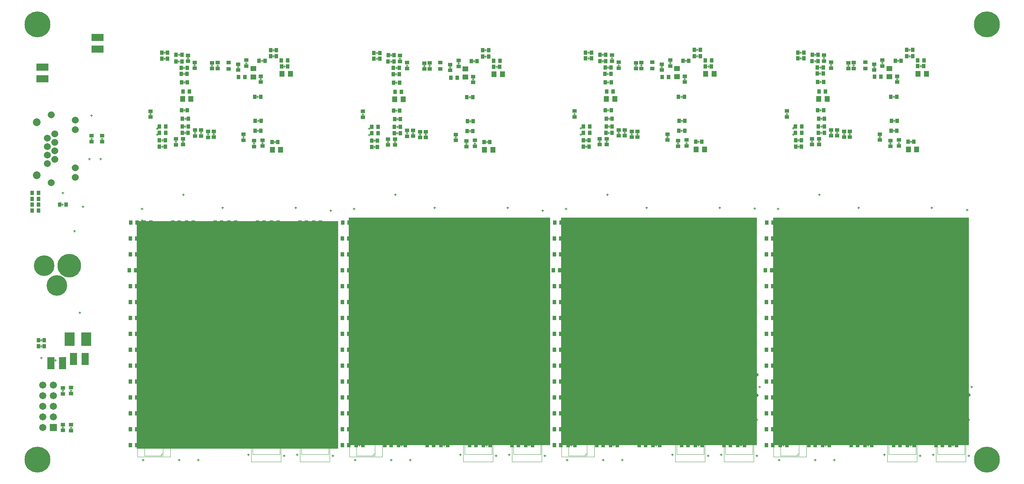
<source format=gbs>
G04*
G04 #@! TF.GenerationSoftware,Altium Limited,Altium Designer,18.1.7 (191)*
G04*
G04 Layer_Color=16711935*
%FSLAX25Y25*%
%MOIN*%
G70*
G01*
G75*
%ADD13C,0.00394*%
%ADD14C,0.00500*%
%ADD18C,0.00197*%
%ADD19R,1.90000X2.15000*%
%ADD20R,1.85000X2.15000*%
%ADD47R,0.04300X0.03800*%
%ADD53R,0.04343X0.03800*%
%ADD56R,0.07099X0.11800*%
%ADD57R,0.03800X0.04300*%
%ADD58R,0.03800X0.04343*%
%ADD60R,0.03556X0.03950*%
%ADD64R,0.04737X0.05721*%
%ADD69C,0.06706*%
%ADD70R,0.06706X0.06706*%
%ADD71C,0.24422*%
%ADD72C,0.06556*%
%ADD73C,0.07296*%
%ADD74C,0.19461*%
%ADD75C,0.22296*%
%ADD76C,0.03200*%
%ADD135R,0.11800X0.07099*%
%ADD136R,0.09800X0.12800*%
%ADD137R,0.05721X0.04737*%
D13*
X886858Y17055D02*
Y34378D01*
X861268Y17055D02*
X886858D01*
X861268D02*
Y34378D01*
X886858D01*
X884299D02*
X886858Y31819D01*
X686858Y17055D02*
Y34378D01*
X661268Y17055D02*
X686858D01*
X661268D02*
Y34378D01*
X686858D01*
X684299D02*
X686858Y31819D01*
X486858Y17055D02*
Y34378D01*
X461268Y17055D02*
X486858D01*
X461268D02*
Y34378D01*
X486858D01*
X484299D02*
X486858Y31819D01*
X286858Y17055D02*
Y34378D01*
X261268Y17055D02*
X286858D01*
X261268D02*
Y34378D01*
X286858D01*
X284299D02*
X286858Y31819D01*
X840858Y17055D02*
Y34378D01*
X815268Y17055D02*
X840858D01*
X815268D02*
Y34378D01*
X840858D01*
X838299D02*
X840858Y31819D01*
X640858Y17055D02*
Y34378D01*
X615268Y17055D02*
X640858D01*
X615268D02*
Y34378D01*
X640858D01*
X638299D02*
X640858Y31819D01*
X440858Y17055D02*
Y34378D01*
X415268Y17055D02*
X440858D01*
X415268D02*
Y34378D01*
X440858D01*
X438299D02*
X440858Y31819D01*
X240858Y17055D02*
Y34378D01*
X215268Y17055D02*
X240858D01*
X215268D02*
Y34378D01*
X240858D01*
X238299D02*
X240858Y31819D01*
X713402Y15921D02*
X730725D01*
X713402D02*
Y41512D01*
X730725D01*
Y15921D02*
Y41512D01*
X728165Y15921D02*
X730725Y18480D01*
X513402Y15921D02*
X530725D01*
X513402D02*
Y41512D01*
X530725D01*
Y15921D02*
Y41512D01*
X528165Y15921D02*
X530725Y18480D01*
X313402Y15921D02*
X330725D01*
X313402D02*
Y41512D01*
X330725D01*
Y15921D02*
Y41512D01*
X328166Y15921D02*
X330725Y18480D01*
X113402Y15921D02*
X130725D01*
X113402D02*
Y41512D01*
X130725D01*
Y15921D02*
Y41512D01*
X128165Y15921D02*
X130725Y18480D01*
X713402Y60921D02*
X730725D01*
X713402D02*
Y86512D01*
X730725D01*
Y60921D02*
Y86512D01*
X728165Y60921D02*
X730725Y63480D01*
X513402Y60921D02*
X530725D01*
X513402D02*
Y86512D01*
X530725D01*
Y60921D02*
Y86512D01*
X528165Y60921D02*
X530725Y63480D01*
X313402Y60921D02*
X330725D01*
X313402D02*
Y86512D01*
X330725D01*
Y60921D02*
Y86512D01*
X328166Y60921D02*
X330725Y63480D01*
X113402Y60921D02*
X130725D01*
X113402D02*
Y86512D01*
X130725D01*
Y60921D02*
Y86512D01*
X128165Y60921D02*
X130725Y63480D01*
X884858Y115055D02*
Y132378D01*
X859268Y115055D02*
X884858D01*
X859268D02*
Y132378D01*
X884858D01*
X882299D02*
X884858Y129819D01*
X684858Y115055D02*
Y132378D01*
X659268Y115055D02*
X684858D01*
X659268D02*
Y132378D01*
X684858D01*
X682299D02*
X684858Y129819D01*
X484858Y115055D02*
Y132378D01*
X459268Y115055D02*
X484858D01*
X459268D02*
Y132378D01*
X484858D01*
X482299D02*
X484858Y129819D01*
X284858Y115055D02*
Y132378D01*
X259268Y115055D02*
X284858D01*
X259268D02*
Y132378D01*
X284858D01*
X282299D02*
X284858Y129819D01*
X713402Y105921D02*
X730725D01*
X713402D02*
Y131512D01*
X730725D01*
Y105921D02*
Y131512D01*
X728165Y105921D02*
X730725Y108480D01*
X513402Y105921D02*
X530725D01*
X513402D02*
Y131512D01*
X530725D01*
Y105921D02*
Y131512D01*
X528165Y105921D02*
X530725Y108480D01*
X313402Y105921D02*
X330725D01*
X313402D02*
Y131512D01*
X330725D01*
Y105921D02*
Y131512D01*
X328166Y105921D02*
X330725Y108480D01*
X113402Y105921D02*
X130725D01*
X113402D02*
Y131512D01*
X130725D01*
Y105921D02*
Y131512D01*
X128165Y105921D02*
X130725Y108480D01*
X713402Y151921D02*
X730725D01*
X713402D02*
Y177512D01*
X730725D01*
Y151921D02*
Y177512D01*
X728165Y151921D02*
X730725Y154480D01*
X513402Y151921D02*
X530725D01*
X513402D02*
Y177512D01*
X530725D01*
Y151921D02*
Y177512D01*
X528165Y151921D02*
X530725Y154480D01*
X313402Y151921D02*
X330725D01*
X313402D02*
Y177512D01*
X330725D01*
Y151921D02*
Y177512D01*
X328166Y151921D02*
X330725Y154480D01*
X113402Y151921D02*
X130725D01*
X113402D02*
Y177512D01*
X130725D01*
Y151921D02*
Y177512D01*
X128165Y151921D02*
X130725Y154480D01*
X884858Y198055D02*
Y215378D01*
X859268Y198055D02*
X884858D01*
X859268D02*
Y215378D01*
X884858D01*
X882299D02*
X884858Y212819D01*
X684858Y198055D02*
Y215378D01*
X659268Y198055D02*
X684858D01*
X659268D02*
Y215378D01*
X684858D01*
X682299D02*
X684858Y212819D01*
X484858Y198055D02*
Y215378D01*
X459268Y198055D02*
X484858D01*
X459268D02*
Y215378D01*
X484858D01*
X482299D02*
X484858Y212819D01*
X284858Y198055D02*
Y215378D01*
X259268Y198055D02*
X284858D01*
X259268D02*
Y215378D01*
X284858D01*
X282299D02*
X284858Y212819D01*
X781918Y198389D02*
Y215712D01*
X756327Y198389D02*
X781918D01*
X756327D02*
Y215712D01*
X781918D01*
X779359D02*
X781918Y213153D01*
X581918Y198389D02*
Y215712D01*
X556327Y198389D02*
X581918D01*
X556327D02*
Y215712D01*
X581918D01*
X579359D02*
X581918Y213153D01*
X381918Y198389D02*
Y215712D01*
X356328Y198389D02*
X381918D01*
X356328D02*
Y215712D01*
X381918D01*
X379359D02*
X381918Y213153D01*
X181918Y198389D02*
Y215712D01*
X156327Y198389D02*
X181918D01*
X156327D02*
Y215712D01*
X181918D01*
X179359D02*
X181918Y213153D01*
X740864Y197087D02*
Y214409D01*
X715273Y197087D02*
X740864D01*
X715273D02*
Y214409D01*
X740864D01*
X738305D02*
X740864Y211850D01*
X540864Y197087D02*
Y214409D01*
X515273Y197087D02*
X540864D01*
X515273D02*
Y214409D01*
X540864D01*
X538305D02*
X540864Y211850D01*
X340864Y197087D02*
Y214409D01*
X315273Y197087D02*
X340864D01*
X315273D02*
Y214409D01*
X340864D01*
X338305D02*
X340864Y211850D01*
X140864Y197087D02*
Y214409D01*
X115273Y197087D02*
X140864D01*
X115273D02*
Y214409D01*
X140864D01*
X138305D02*
X140864Y211850D01*
D14*
X35167Y42471D02*
X37167D01*
X36167Y41471D02*
Y43471D01*
X35177Y77003D02*
X37177D01*
X36177Y76003D02*
Y78003D01*
X43137Y42227D02*
X45137D01*
X44137Y41227D02*
Y43227D01*
X43037Y77217D02*
X45037D01*
X44037Y76217D02*
Y78217D01*
X16032Y123803D02*
Y125803D01*
X15032Y124803D02*
X17032D01*
X16002Y118213D02*
Y120213D01*
X15002Y119213D02*
X17002D01*
X72484Y314866D02*
X74484D01*
X73484Y313866D02*
Y315866D01*
X62244Y314866D02*
X64244D01*
X63244Y313866D02*
Y315866D01*
X38282Y107039D02*
Y109039D01*
X37282Y108039D02*
X39282D01*
X15002Y108165D02*
X17002D01*
X16002Y107165D02*
Y109165D01*
X71070Y295647D02*
X73070D01*
X72070Y294647D02*
Y296646D01*
X52468Y149706D02*
Y151707D01*
X51468Y150707D02*
X53468D01*
X35016Y252918D02*
X37016D01*
X36016Y251918D02*
Y253918D01*
X62474Y336706D02*
X64474D01*
X63474Y335706D02*
Y337706D01*
X60364Y295827D02*
X62364D01*
X61364Y294827D02*
Y296827D01*
X54234Y250657D02*
X56234D01*
X55234Y249657D02*
Y251657D01*
X46424Y227826D02*
X48424D01*
X47424Y226827D02*
Y228826D01*
X35278Y263834D02*
X37278D01*
X36278Y262834D02*
Y264834D01*
X28322Y105783D02*
X30322D01*
X29322Y104783D02*
Y106783D01*
X456227Y16716D02*
X458227D01*
X457227Y15717D02*
Y17717D01*
X456227Y49716D02*
X458227D01*
X457227Y48717D02*
Y50717D01*
X456063Y68717D02*
X458063D01*
X457063Y67716D02*
Y69717D01*
X490063Y15717D02*
X492063D01*
X491063Y14717D02*
Y16716D01*
X490063Y49716D02*
X492063D01*
X491063Y48717D02*
Y50717D01*
X492508Y80717D02*
X494508D01*
X493507Y79716D02*
Y81717D01*
X476063Y24716D02*
Y26717D01*
X475063Y25717D02*
X477063D01*
X476063Y39717D02*
Y41717D01*
X475063Y40716D02*
X477063D01*
X476063Y54716D02*
Y56717D01*
X475063Y55717D02*
X477063D01*
X876063Y54716D02*
Y56717D01*
X875063Y55717D02*
X877063D01*
X876063Y39717D02*
Y41717D01*
X875063Y40716D02*
X877063D01*
X876063Y24716D02*
Y26717D01*
X875063Y25717D02*
X877063D01*
X676063Y54716D02*
Y56717D01*
X675063Y55717D02*
X677063D01*
X676063Y39717D02*
Y41717D01*
X675063Y40716D02*
X677063D01*
X676063Y24716D02*
Y26717D01*
X675063Y25717D02*
X677063D01*
X876063Y69717D02*
Y71716D01*
X875063Y70717D02*
X877063D01*
X876063Y84716D02*
Y86717D01*
X875063Y85716D02*
X877063D01*
X836063Y24716D02*
Y26717D01*
X835063Y25717D02*
X837063D01*
X836063Y39717D02*
Y41717D01*
X835063Y40716D02*
X837063D01*
X836063Y54716D02*
Y56717D01*
X835063Y55717D02*
X837063D01*
X836063Y69717D02*
Y71716D01*
X835063Y70717D02*
X837063D01*
X836063Y84716D02*
Y86717D01*
X835063Y85716D02*
X837063D01*
X796063Y24716D02*
Y26717D01*
X795063Y25717D02*
X797063D01*
X676063Y69717D02*
Y71716D01*
X675063Y70717D02*
X677063D01*
X676063Y84716D02*
Y86717D01*
X675063Y85716D02*
X677063D01*
X636063Y24716D02*
Y26717D01*
X635063Y25717D02*
X637063D01*
X636063Y39717D02*
Y41717D01*
X635063Y40716D02*
X637063D01*
X636063Y54716D02*
Y56717D01*
X635063Y55717D02*
X637063D01*
X636063Y69717D02*
Y71716D01*
X635063Y70717D02*
X637063D01*
X636063Y84716D02*
Y86717D01*
X635063Y85716D02*
X637063D01*
X596063Y24716D02*
Y26717D01*
X595063Y25717D02*
X597063D01*
X476063Y69717D02*
Y71716D01*
X475063Y70717D02*
X477063D01*
X476063Y84716D02*
Y86717D01*
X475063Y85716D02*
X477063D01*
X436063Y24716D02*
Y26717D01*
X435063Y25717D02*
X437063D01*
X436063Y39717D02*
Y41717D01*
X435063Y40716D02*
X437063D01*
X436063Y54716D02*
Y56717D01*
X435063Y55717D02*
X437063D01*
X436063Y69717D02*
Y71716D01*
X435063Y70717D02*
X437063D01*
X436063Y84716D02*
Y86717D01*
X435063Y85716D02*
X437063D01*
X396063Y24716D02*
Y26717D01*
X395063Y25717D02*
X397063D01*
X756063Y24716D02*
Y26717D01*
X755063Y25717D02*
X757063D01*
X716063Y24716D02*
Y26717D01*
X715063Y25717D02*
X717063D01*
X796063Y39717D02*
Y41717D01*
X795063Y40716D02*
X797063D01*
X756063Y39717D02*
Y41717D01*
X755063Y40716D02*
X757063D01*
X716063Y39717D02*
Y41717D01*
X715063Y40716D02*
X717063D01*
X796063Y54716D02*
Y56717D01*
X795063Y55717D02*
X797063D01*
X756063Y54716D02*
Y56717D01*
X755063Y55717D02*
X757063D01*
X716063Y54716D02*
Y56717D01*
X715063Y55717D02*
X717063D01*
X556063Y24716D02*
Y26717D01*
X555063Y25717D02*
X557063D01*
X516063Y24716D02*
Y26717D01*
X515063Y25717D02*
X517063D01*
X596063Y39717D02*
Y41717D01*
X595063Y40716D02*
X597063D01*
X556063Y39717D02*
Y41717D01*
X555063Y40716D02*
X557063D01*
X516063Y39717D02*
Y41717D01*
X515063Y40716D02*
X517063D01*
X596063Y54716D02*
Y56717D01*
X595063Y55717D02*
X597063D01*
X556063Y54716D02*
Y56717D01*
X555063Y55717D02*
X557063D01*
X516063Y54716D02*
Y56717D01*
X515063Y55717D02*
X517063D01*
X356063Y24716D02*
Y26717D01*
X355063Y25717D02*
X357063D01*
X316063Y24716D02*
Y26717D01*
X315063Y25717D02*
X317063D01*
X396063Y39717D02*
Y41717D01*
X395063Y40716D02*
X397063D01*
X356063Y39717D02*
Y41717D01*
X355063Y40716D02*
X357063D01*
X316063Y39717D02*
Y41717D01*
X315063Y40716D02*
X317063D01*
X396063Y54716D02*
Y56717D01*
X395063Y55717D02*
X397063D01*
X356063Y54716D02*
Y56717D01*
X355063Y55717D02*
X357063D01*
X316063Y54716D02*
Y56717D01*
X315063Y55717D02*
X317063D01*
X796063Y69717D02*
Y71716D01*
X795063Y70717D02*
X797063D01*
X756063Y69717D02*
Y71716D01*
X755063Y70717D02*
X757063D01*
X716063Y69717D02*
Y71716D01*
X715063Y70717D02*
X717063D01*
X796063Y84716D02*
Y86717D01*
X795063Y85716D02*
X797063D01*
X756063Y84716D02*
Y86717D01*
X755063Y85716D02*
X757063D01*
X716063Y84716D02*
Y86717D01*
X715063Y85716D02*
X717063D01*
X756063Y99717D02*
Y101716D01*
X755063Y100716D02*
X757063D01*
X716063Y99717D02*
Y101716D01*
X715063Y100716D02*
X717063D01*
X596063Y69717D02*
Y71716D01*
X595063Y70717D02*
X597063D01*
X556063Y69717D02*
Y71716D01*
X555063Y70717D02*
X557063D01*
X516063Y69717D02*
Y71716D01*
X515063Y70717D02*
X517063D01*
X596063Y84716D02*
Y86717D01*
X595063Y85716D02*
X597063D01*
X556063Y84716D02*
Y86717D01*
X555063Y85716D02*
X557063D01*
X516063Y84716D02*
Y86717D01*
X515063Y85716D02*
X517063D01*
X556063Y99717D02*
Y101716D01*
X555063Y100716D02*
X557063D01*
X516063Y99717D02*
Y101716D01*
X515063Y100716D02*
X517063D01*
X396063Y69717D02*
Y71716D01*
X395063Y70717D02*
X397063D01*
X356063Y69717D02*
Y71716D01*
X355063Y70717D02*
X357063D01*
X316063Y69717D02*
Y71716D01*
X315063Y70717D02*
X317063D01*
X396063Y84716D02*
Y86717D01*
X395063Y85716D02*
X397063D01*
X356063Y84716D02*
Y86717D01*
X355063Y85716D02*
X357063D01*
X316063Y84716D02*
Y86717D01*
X315063Y85716D02*
X317063D01*
X356063Y99717D02*
Y101716D01*
X355063Y100716D02*
X357063D01*
X316063Y99717D02*
Y101716D01*
X315063Y100716D02*
X317063D01*
X876063Y99717D02*
Y101716D01*
X875063Y100716D02*
X877063D01*
X876063Y114716D02*
Y116717D01*
X875063Y115717D02*
X877063D01*
X876063Y129717D02*
Y131717D01*
X875063Y130717D02*
X877063D01*
X876063Y144717D02*
Y146716D01*
X875063Y145717D02*
X877063D01*
X836063Y99717D02*
Y101716D01*
X835063Y100716D02*
X837063D01*
X836063Y114716D02*
Y116717D01*
X835063Y115717D02*
X837063D01*
X836063Y144717D02*
Y146716D01*
X835063Y145717D02*
X837063D01*
X836063Y129717D02*
Y131717D01*
X835063Y130717D02*
X837063D01*
X676063Y99717D02*
Y101716D01*
X675063Y100716D02*
X677063D01*
X676063Y114716D02*
Y116717D01*
X675063Y115717D02*
X677063D01*
X676063Y129717D02*
Y131717D01*
X675063Y130717D02*
X677063D01*
X676063Y144717D02*
Y146716D01*
X675063Y145717D02*
X677063D01*
X636063Y99717D02*
Y101716D01*
X635063Y100716D02*
X637063D01*
X636063Y114716D02*
Y116717D01*
X635063Y115717D02*
X637063D01*
X636063Y144717D02*
Y146716D01*
X635063Y145717D02*
X637063D01*
X636063Y129717D02*
Y131717D01*
X635063Y130717D02*
X637063D01*
X476063Y99717D02*
Y101716D01*
X475063Y100716D02*
X477063D01*
X476063Y114716D02*
Y116717D01*
X475063Y115717D02*
X477063D01*
X476063Y129717D02*
Y131717D01*
X475063Y130717D02*
X477063D01*
X476063Y144717D02*
Y146716D01*
X475063Y145717D02*
X477063D01*
X436063Y99717D02*
Y101716D01*
X435063Y100716D02*
X437063D01*
X436063Y114716D02*
Y116717D01*
X435063Y115717D02*
X437063D01*
X436063Y144717D02*
Y146716D01*
X435063Y145717D02*
X437063D01*
X436063Y129717D02*
Y131717D01*
X435063Y130717D02*
X437063D01*
X796063Y99717D02*
Y101716D01*
X795063Y100716D02*
X797063D01*
X796063Y114716D02*
Y116717D01*
X795063Y115717D02*
X797063D01*
X756063Y114716D02*
Y116717D01*
X755063Y115717D02*
X757063D01*
X716063Y114716D02*
Y116717D01*
X715063Y115717D02*
X717063D01*
X796063Y129717D02*
Y131717D01*
X795063Y130717D02*
X797063D01*
X756063Y129717D02*
Y131717D01*
X755063Y130717D02*
X757063D01*
X716063Y129717D02*
Y131717D01*
X715063Y130717D02*
X717063D01*
X716063Y144717D02*
Y146716D01*
X715063Y145717D02*
X717063D01*
X596063Y99717D02*
Y101716D01*
X595063Y100716D02*
X597063D01*
X596063Y114716D02*
Y116717D01*
X595063Y115717D02*
X597063D01*
X556063Y114716D02*
Y116717D01*
X555063Y115717D02*
X557063D01*
X516063Y114716D02*
Y116717D01*
X515063Y115717D02*
X517063D01*
X596063Y129717D02*
Y131717D01*
X595063Y130717D02*
X597063D01*
X556063Y129717D02*
Y131717D01*
X555063Y130717D02*
X557063D01*
X516063Y129717D02*
Y131717D01*
X515063Y130717D02*
X517063D01*
X516063Y144717D02*
Y146716D01*
X515063Y145717D02*
X517063D01*
X396063Y99717D02*
Y101716D01*
X395063Y100716D02*
X397063D01*
X396063Y114716D02*
Y116717D01*
X395063Y115717D02*
X397063D01*
X356063Y114716D02*
Y116717D01*
X355063Y115717D02*
X357063D01*
X316063Y114716D02*
Y116717D01*
X315063Y115717D02*
X317063D01*
X396063Y129717D02*
Y131717D01*
X395063Y130717D02*
X397063D01*
X356063Y129717D02*
Y131717D01*
X355063Y130717D02*
X357063D01*
X316063Y129717D02*
Y131717D01*
X315063Y130717D02*
X317063D01*
X316063Y144717D02*
Y146716D01*
X315063Y145717D02*
X317063D01*
X756063Y144717D02*
Y146716D01*
X755063Y145717D02*
X757063D01*
X796063Y144717D02*
Y146716D01*
X795063Y145717D02*
X797063D01*
X796063Y159716D02*
Y161716D01*
X795063Y160716D02*
X797063D01*
X756063Y159716D02*
Y161716D01*
X755063Y160716D02*
X757063D01*
X716063Y159716D02*
Y161716D01*
X715063Y160716D02*
X717063D01*
X796063Y174716D02*
Y176716D01*
X795063Y175716D02*
X797063D01*
X756063Y174716D02*
Y176716D01*
X755063Y175716D02*
X757063D01*
X716063Y174716D02*
Y176716D01*
X715063Y175716D02*
X717063D01*
X556063Y144717D02*
Y146716D01*
X555063Y145717D02*
X557063D01*
X596063Y144717D02*
Y146716D01*
X595063Y145717D02*
X597063D01*
X596063Y159716D02*
Y161716D01*
X595063Y160716D02*
X597063D01*
X556063Y159716D02*
Y161716D01*
X555063Y160716D02*
X557063D01*
X516063Y159716D02*
Y161716D01*
X515063Y160716D02*
X517063D01*
X596063Y174716D02*
Y176716D01*
X595063Y175716D02*
X597063D01*
X556063Y174716D02*
Y176716D01*
X555063Y175716D02*
X557063D01*
X516063Y174716D02*
Y176716D01*
X515063Y175716D02*
X517063D01*
X356063Y144717D02*
Y146716D01*
X355063Y145717D02*
X357063D01*
X396063Y144717D02*
Y146716D01*
X395063Y145717D02*
X397063D01*
X396063Y159716D02*
Y161716D01*
X395063Y160716D02*
X397063D01*
X356063Y159716D02*
Y161716D01*
X355063Y160716D02*
X357063D01*
X316063Y159716D02*
Y161716D01*
X315063Y160716D02*
X317063D01*
X396063Y174716D02*
Y176716D01*
X395063Y175716D02*
X397063D01*
X356063Y174716D02*
Y176716D01*
X355063Y175716D02*
X357063D01*
X316063Y174716D02*
Y176716D01*
X315063Y175716D02*
X317063D01*
X876063Y174716D02*
Y176716D01*
X875063Y175716D02*
X877063D01*
X876063Y159716D02*
Y161716D01*
X875063Y160716D02*
X877063D01*
X876063Y189716D02*
Y191717D01*
X875063Y190717D02*
X877063D01*
X876063Y204716D02*
Y206716D01*
X875063Y205716D02*
X877063D01*
X876063Y219717D02*
Y221716D01*
X875063Y220717D02*
X877063D01*
X876063Y234717D02*
Y236717D01*
X875063Y235717D02*
X877063D01*
X836063Y159716D02*
Y161716D01*
X835063Y160716D02*
X837063D01*
X836063Y174716D02*
Y176716D01*
X835063Y175716D02*
X837063D01*
X676063Y174716D02*
Y176716D01*
X675063Y175716D02*
X677063D01*
X676063Y159716D02*
Y161716D01*
X675063Y160716D02*
X677063D01*
X676063Y189716D02*
Y191717D01*
X675063Y190717D02*
X677063D01*
X676063Y204716D02*
Y206716D01*
X675063Y205716D02*
X677063D01*
X676063Y219717D02*
Y221716D01*
X675063Y220717D02*
X677063D01*
X676063Y234717D02*
Y236717D01*
X675063Y235717D02*
X677063D01*
X636063Y159716D02*
Y161716D01*
X635063Y160716D02*
X637063D01*
X636063Y174716D02*
Y176716D01*
X635063Y175716D02*
X637063D01*
X476063Y174716D02*
Y176716D01*
X475063Y175716D02*
X477063D01*
X476063Y159716D02*
Y161716D01*
X475063Y160716D02*
X477063D01*
X476063Y189716D02*
Y191717D01*
X475063Y190717D02*
X477063D01*
X476063Y204716D02*
Y206716D01*
X475063Y205716D02*
X477063D01*
X476063Y219717D02*
Y221716D01*
X475063Y220717D02*
X477063D01*
X476063Y234717D02*
Y236717D01*
X475063Y235717D02*
X477063D01*
X436063Y159716D02*
Y161716D01*
X435063Y160716D02*
X437063D01*
X436063Y174716D02*
Y176716D01*
X435063Y175716D02*
X437063D01*
X786063Y249716D02*
X788063D01*
X787063Y248716D02*
Y250716D01*
X751287Y198050D02*
X753287D01*
X752287Y197050D02*
Y199050D01*
X749123Y262050D02*
X751123D01*
X750123Y261050D02*
Y263050D01*
X785123Y197050D02*
X787123D01*
X786123Y196050D02*
Y198050D01*
X751287Y231125D02*
X753287D01*
X752287Y230125D02*
Y232125D01*
X785123Y231050D02*
X787123D01*
X786123Y230050D02*
Y232050D01*
X585123Y197050D02*
X587123D01*
X586123Y196050D02*
Y198050D01*
X585123Y231050D02*
X587123D01*
X586123Y230050D02*
Y232050D01*
X586063Y249716D02*
X588063D01*
X587063Y248716D02*
Y250716D01*
X551287Y198050D02*
X553287D01*
X552287Y197050D02*
Y199050D01*
X551287Y231125D02*
X553287D01*
X552287Y230125D02*
Y232125D01*
X549123Y262050D02*
X551123D01*
X550123Y261050D02*
Y263050D01*
X796063Y189716D02*
Y191717D01*
X795063Y190717D02*
X797063D01*
X836063Y189716D02*
Y191717D01*
X835063Y190717D02*
X837063D01*
X836063Y204716D02*
Y206716D01*
X835063Y205716D02*
X837063D01*
X796063Y204716D02*
Y206716D01*
X795063Y205716D02*
X797063D01*
X836063Y219717D02*
Y221716D01*
X835063Y220717D02*
X837063D01*
X796063Y219717D02*
Y221716D01*
X795063Y220717D02*
X797063D01*
X836063Y234717D02*
Y236717D01*
X835063Y235717D02*
X837063D01*
X796063Y234717D02*
Y236717D01*
X795063Y235717D02*
X797063D01*
X596063Y189716D02*
Y191717D01*
X595063Y190717D02*
X597063D01*
X636063Y189716D02*
Y191717D01*
X635063Y190717D02*
X637063D01*
X636063Y204716D02*
Y206716D01*
X635063Y205716D02*
X637063D01*
X596063Y204716D02*
Y206716D01*
X595063Y205716D02*
X597063D01*
X636063Y219717D02*
Y221716D01*
X635063Y220717D02*
X637063D01*
X596063Y219717D02*
Y221716D01*
X595063Y220717D02*
X597063D01*
X636063Y234717D02*
Y236717D01*
X635063Y235717D02*
X637063D01*
X596063Y234717D02*
Y236717D01*
X595063Y235717D02*
X597063D01*
X396063Y189716D02*
Y191717D01*
X395063Y190717D02*
X397063D01*
X436063Y189716D02*
Y191717D01*
X435063Y190717D02*
X437063D01*
X436063Y204716D02*
Y206716D01*
X435063Y205716D02*
X437063D01*
X396063Y204716D02*
Y206716D01*
X395063Y205716D02*
X397063D01*
X436063Y219717D02*
Y221716D01*
X435063Y220717D02*
X437063D01*
X396063Y219717D02*
Y221716D01*
X395063Y220717D02*
X397063D01*
X436063Y234717D02*
Y236717D01*
X435063Y235717D02*
X437063D01*
X396063Y234717D02*
Y236717D01*
X395063Y235717D02*
X397063D01*
X510227Y197716D02*
X512227D01*
X511227Y196716D02*
Y198716D01*
X510063Y224716D02*
X512063D01*
X511063Y223716D02*
Y225716D01*
X510063Y237717D02*
X512063D01*
X511063Y236717D02*
Y238717D01*
X510063Y248716D02*
X512063D01*
X511063Y247716D02*
Y249716D01*
X543456Y197740D02*
X545456D01*
X544456Y196740D02*
Y198740D01*
X544063Y230716D02*
X546063D01*
X545063Y229716D02*
Y231716D01*
X316063Y189716D02*
Y191717D01*
X315063Y190717D02*
X317063D01*
X316063Y204716D02*
Y206716D01*
X315063Y205716D02*
X317063D01*
X316063Y219717D02*
Y221717D01*
X315063Y220717D02*
X317063D01*
X316063Y234717D02*
Y236717D01*
X315063Y235717D02*
X317063D01*
X356063Y189716D02*
Y191717D01*
X355063Y190717D02*
X357063D01*
X356063Y204716D02*
Y206716D01*
X355063Y205716D02*
X357063D01*
X356063Y219717D02*
Y221717D01*
X355063Y220717D02*
X357063D01*
X356063Y234717D02*
Y236717D01*
X355063Y235717D02*
X357063D01*
X344063Y230716D02*
X346063D01*
X345063Y229716D02*
Y231716D01*
X343456Y197740D02*
X345456D01*
X344456Y196740D02*
Y198740D01*
X310227Y197716D02*
X312227D01*
X311227Y196716D02*
Y198716D01*
X310063Y237717D02*
X312063D01*
X311063Y236717D02*
Y238717D01*
X310063Y248716D02*
X312063D01*
X311063Y247716D02*
Y249716D01*
X310063Y224716D02*
X312063D01*
X311063Y223716D02*
Y225716D01*
X756063Y189716D02*
Y191717D01*
X755063Y190717D02*
X757063D01*
X756063Y204716D02*
Y206716D01*
X755063Y205716D02*
X757063D01*
X756063Y219717D02*
Y221716D01*
X755063Y220717D02*
X757063D01*
X756063Y234717D02*
Y236717D01*
X755063Y235717D02*
X757063D01*
X716063Y189716D02*
Y191717D01*
X715063Y190717D02*
X717063D01*
X716063Y204716D02*
Y206716D01*
X715063Y205716D02*
X717063D01*
X716063Y219717D02*
Y221716D01*
X715063Y220717D02*
X717063D01*
X716063Y234717D02*
Y236717D01*
X715063Y235717D02*
X717063D01*
X556063Y189716D02*
Y191717D01*
X555063Y190717D02*
X557063D01*
X556063Y204716D02*
Y206716D01*
X555063Y205716D02*
X557063D01*
X556063Y219717D02*
Y221716D01*
X555063Y220717D02*
X557063D01*
X556063Y234717D02*
Y236717D01*
X555063Y235717D02*
X557063D01*
X516063Y189716D02*
Y191717D01*
X515063Y190717D02*
X517063D01*
X516063Y204716D02*
Y206716D01*
X515063Y205716D02*
X517063D01*
X516063Y219717D02*
Y221716D01*
X515063Y220717D02*
X517063D01*
X516063Y234717D02*
Y236717D01*
X515063Y235717D02*
X517063D01*
X276063Y204716D02*
Y206716D01*
X275063Y205716D02*
X277063D01*
X236063Y234717D02*
Y236717D01*
X235063Y235717D02*
X237063D01*
X196063Y144717D02*
Y146716D01*
X195063Y145717D02*
X197063D01*
X710227Y197716D02*
X712227D01*
X711227Y196716D02*
Y198716D01*
X744063Y230716D02*
X746063D01*
X745063Y229716D02*
Y231716D01*
X710063Y248716D02*
X712063D01*
X711063Y247716D02*
Y249716D01*
X710063Y224716D02*
X712063D01*
X711063Y223716D02*
Y225716D01*
X710063Y237717D02*
X712063D01*
X711063Y236717D02*
Y238717D01*
X743456Y197740D02*
X745456D01*
X744456Y196740D02*
Y198740D01*
X116063Y234717D02*
Y236717D01*
X115063Y235717D02*
X117063D01*
X115063Y220717D02*
X117063D01*
X116063Y219717D02*
Y221716D01*
X856227Y49716D02*
X858227D01*
X857227Y48717D02*
Y50717D01*
X892508Y80717D02*
X894508D01*
X893508Y79716D02*
Y81717D01*
X890063Y15717D02*
X892063D01*
X891063Y14717D02*
Y16716D01*
X890063Y49716D02*
X892063D01*
X891063Y48717D02*
Y50717D01*
X856063Y68717D02*
X858063D01*
X857063Y67716D02*
Y69717D01*
X856227Y16716D02*
X858227D01*
X857227Y15717D02*
Y17717D01*
X810227Y49716D02*
X812227D01*
X811227Y48717D02*
Y50717D01*
X844063Y66716D02*
X846063D01*
X845063Y65716D02*
Y67716D01*
X844063Y15717D02*
X846063D01*
X845063Y14717D02*
Y16716D01*
X844063Y49716D02*
X846063D01*
X845063Y48717D02*
Y50717D01*
X810063Y67716D02*
X812063D01*
X811063Y66716D02*
Y68717D01*
X810227Y16716D02*
X812227D01*
X811227Y15717D02*
Y17717D01*
X746063Y44553D02*
Y46553D01*
X745063Y45553D02*
X747063D01*
X764063Y10717D02*
Y12717D01*
X763063Y11716D02*
X765063D01*
X712063Y10717D02*
Y12717D01*
X711063Y11716D02*
X713063D01*
X746063Y10717D02*
Y12717D01*
X745063Y11716D02*
X747063D01*
X764173Y47819D02*
Y49819D01*
X763173Y48819D02*
X765173D01*
X713063Y44553D02*
Y46553D01*
X712063Y45553D02*
X714063D01*
X746063Y89553D02*
Y91553D01*
X745063Y90553D02*
X747063D01*
X765063Y55717D02*
Y57717D01*
X764063Y56717D02*
X766063D01*
X712063Y55717D02*
Y57717D01*
X711063Y56717D02*
X713063D01*
X746063Y55717D02*
Y57717D01*
X745063Y56717D02*
X747063D01*
X764173Y92701D02*
Y94701D01*
X763173Y93701D02*
X765173D01*
X713063Y89553D02*
Y91553D01*
X712063Y90553D02*
X714063D01*
X854227Y147716D02*
X856227D01*
X855227Y146716D02*
Y148716D01*
X888508Y165717D02*
X890508D01*
X889508Y164716D02*
Y166717D01*
X888063Y113716D02*
X890063D01*
X889063Y112716D02*
Y114716D01*
X888063Y147716D02*
X890063D01*
X889063Y146716D02*
Y148716D01*
X853906Y178605D02*
X855906D01*
X854906Y177605D02*
Y179605D01*
X854227Y114716D02*
X856227D01*
X855227Y113716D02*
Y115717D01*
X746063Y134553D02*
Y136553D01*
X745063Y135553D02*
X747063D01*
X764756Y100535D02*
Y102535D01*
X763756Y101535D02*
X765756D01*
X712063Y100716D02*
Y102717D01*
X711063Y101716D02*
X713063D01*
X746063Y100716D02*
Y102717D01*
X745063Y101716D02*
X747063D01*
X764684Y135048D02*
Y137048D01*
X763684Y136048D02*
X765684D01*
X713063Y134553D02*
Y136553D01*
X712063Y135553D02*
X714063D01*
X746138Y180553D02*
Y182553D01*
X745138Y181553D02*
X747138D01*
X764063Y146716D02*
Y148716D01*
X763063Y147716D02*
X765063D01*
X712063Y146716D02*
Y148716D01*
X711063Y147716D02*
X713063D01*
X746063Y146716D02*
Y148716D01*
X745063Y147716D02*
X747063D01*
X765063Y180717D02*
Y182717D01*
X764063Y181717D02*
X766063D01*
X713063Y180553D02*
Y182553D01*
X712063Y181553D02*
X714063D01*
X854227Y229716D02*
X856227D01*
X855227Y228716D02*
Y230716D01*
X888367Y247688D02*
X890367D01*
X889367Y246688D02*
Y248688D01*
X888063Y196716D02*
X890063D01*
X889063Y195717D02*
Y197716D01*
X888063Y230716D02*
X890063D01*
X889063Y229716D02*
Y231716D01*
X855089Y249716D02*
X857089D01*
X856089Y248716D02*
Y250716D01*
X854227Y197716D02*
X856227D01*
X855227Y196716D02*
Y198716D01*
X656227Y49716D02*
X658227D01*
X657227Y48717D02*
Y50717D01*
X692508Y80717D02*
X694508D01*
X693507Y79716D02*
Y81717D01*
X690063Y15717D02*
X692063D01*
X691063Y14717D02*
Y16716D01*
X690063Y49716D02*
X692063D01*
X691063Y48717D02*
Y50717D01*
X656063Y68717D02*
X658063D01*
X657063Y67716D02*
Y69717D01*
X656227Y16716D02*
X658227D01*
X657227Y15717D02*
Y17717D01*
X610227Y49716D02*
X612227D01*
X611227Y48717D02*
Y50717D01*
X644063Y66716D02*
X646063D01*
X645063Y65716D02*
Y67716D01*
X644063Y15717D02*
X646063D01*
X645063Y14717D02*
Y16716D01*
X644063Y49716D02*
X646063D01*
X645063Y48717D02*
Y50717D01*
X610063Y67716D02*
X612063D01*
X611063Y66716D02*
Y68717D01*
X610227Y16716D02*
X612227D01*
X611227Y15717D02*
Y17717D01*
X546063Y44553D02*
Y46553D01*
X545063Y45553D02*
X547063D01*
X564063Y10717D02*
Y12717D01*
X563063Y11716D02*
X565063D01*
X512063Y10717D02*
Y12717D01*
X511063Y11716D02*
X513063D01*
X546063Y10717D02*
Y12717D01*
X545063Y11716D02*
X547063D01*
X564173Y47819D02*
Y49819D01*
X563173Y48819D02*
X565173D01*
X513063Y44553D02*
Y46553D01*
X512063Y45553D02*
X514063D01*
X546063Y89553D02*
Y91553D01*
X545063Y90553D02*
X547063D01*
X565063Y55717D02*
Y57717D01*
X564063Y56717D02*
X566063D01*
X512063Y55717D02*
Y57717D01*
X511063Y56717D02*
X513063D01*
X546063Y55717D02*
Y57717D01*
X545063Y56717D02*
X547063D01*
X564173Y92701D02*
Y94701D01*
X563173Y93701D02*
X565173D01*
X513063Y89553D02*
Y91553D01*
X512063Y90553D02*
X514063D01*
X654227Y147716D02*
X656227D01*
X655227Y146716D02*
Y148716D01*
X688508Y165717D02*
X690508D01*
X689507Y164716D02*
Y166717D01*
X688063Y113716D02*
X690063D01*
X689063Y112716D02*
Y114716D01*
X688063Y147716D02*
X690063D01*
X689063Y146716D02*
Y148716D01*
X653906Y178605D02*
X655906D01*
X654906Y177605D02*
Y179605D01*
X654227Y114716D02*
X656227D01*
X655227Y113716D02*
Y115717D01*
X546063Y134553D02*
Y136553D01*
X545063Y135553D02*
X547063D01*
X564756Y100535D02*
Y102535D01*
X563756Y101535D02*
X565756D01*
X512063Y100716D02*
Y102717D01*
X511063Y101716D02*
X513063D01*
X546063Y100716D02*
Y102717D01*
X545063Y101716D02*
X547063D01*
X564684Y135048D02*
Y137048D01*
X563684Y136048D02*
X565684D01*
X513063Y134553D02*
Y136553D01*
X512063Y135553D02*
X514063D01*
X546138Y180553D02*
Y182553D01*
X545138Y181553D02*
X547138D01*
X564063Y146716D02*
Y148716D01*
X563063Y147716D02*
X565063D01*
X512063Y146716D02*
Y148716D01*
X511063Y147716D02*
X513063D01*
X546063Y146716D02*
Y148716D01*
X545063Y147716D02*
X547063D01*
X565063Y180717D02*
Y182717D01*
X564063Y181717D02*
X566063D01*
X513063Y180553D02*
Y182553D01*
X512063Y181553D02*
X514063D01*
X654227Y229716D02*
X656227D01*
X655227Y228716D02*
Y230716D01*
X688120Y249063D02*
X690120D01*
X689120Y248063D02*
Y250063D01*
X688063Y196716D02*
X690063D01*
X689063Y195717D02*
Y197716D01*
X688063Y230716D02*
X690063D01*
X689063Y229716D02*
Y231716D01*
X655089Y249716D02*
X657089D01*
X656089Y248716D02*
Y250716D01*
X654227Y197716D02*
X656227D01*
X655227Y196716D02*
Y198716D01*
X410227Y49716D02*
X412227D01*
X411227Y48717D02*
Y50717D01*
X444063Y66716D02*
X446063D01*
X445063Y65716D02*
Y67716D01*
X444063Y15717D02*
X446063D01*
X445063Y14717D02*
Y16716D01*
X444063Y49716D02*
X446063D01*
X445063Y48717D02*
Y50717D01*
X410063Y67716D02*
X412063D01*
X411063Y66716D02*
Y68717D01*
X410227Y16716D02*
X412227D01*
X411227Y15717D02*
Y17717D01*
X346063Y44553D02*
Y46553D01*
X345063Y45553D02*
X347063D01*
X364063Y10717D02*
Y12717D01*
X363063Y11716D02*
X365063D01*
X312063Y10717D02*
Y12717D01*
X311063Y11716D02*
X313063D01*
X346063Y10717D02*
Y12717D01*
X345063Y11716D02*
X347063D01*
X364173Y47819D02*
Y49819D01*
X363173Y48819D02*
X365173D01*
X313063Y44553D02*
Y46553D01*
X312063Y45553D02*
X314063D01*
X346063Y89553D02*
Y91553D01*
X345063Y90553D02*
X347063D01*
X365063Y55717D02*
Y57717D01*
X364063Y56717D02*
X366063D01*
X312063Y55717D02*
Y57717D01*
X311063Y56717D02*
X313063D01*
X346063Y55717D02*
Y57717D01*
X345063Y56717D02*
X347063D01*
X364173Y92701D02*
Y94701D01*
X363173Y93701D02*
X365173D01*
X313063Y89553D02*
Y91553D01*
X312063Y90553D02*
X314063D01*
X454227Y147716D02*
X456227D01*
X455227Y146716D02*
Y148716D01*
X488508Y165717D02*
X490508D01*
X489507Y164716D02*
Y166717D01*
X488063Y113716D02*
X490063D01*
X489063Y112716D02*
Y114716D01*
X488063Y147716D02*
X490063D01*
X489063Y146716D02*
Y148716D01*
X453906Y178605D02*
X455906D01*
X454906Y177605D02*
Y179605D01*
X454227Y114716D02*
X456227D01*
X455227Y113716D02*
Y115717D01*
X346063Y134553D02*
Y136553D01*
X345063Y135553D02*
X347063D01*
X364756Y100535D02*
Y102535D01*
X363756Y101535D02*
X365756D01*
X312063Y100716D02*
Y102717D01*
X311063Y101716D02*
X313063D01*
X346063Y100716D02*
Y102717D01*
X345063Y101716D02*
X347063D01*
X364684Y135048D02*
Y137048D01*
X363684Y136048D02*
X365684D01*
X313063Y134553D02*
Y136553D01*
X312063Y135553D02*
X314063D01*
X346138Y180553D02*
Y182553D01*
X345138Y181553D02*
X347138D01*
X364063Y146716D02*
Y148716D01*
X363063Y147716D02*
X365063D01*
X312063Y146716D02*
Y148716D01*
X311063Y147716D02*
X313063D01*
X346063Y146716D02*
Y148716D01*
X345063Y147716D02*
X347063D01*
X365063Y180717D02*
Y182717D01*
X364063Y181717D02*
X366063D01*
X313063Y180553D02*
Y182553D01*
X312063Y181553D02*
X314063D01*
X454227Y229716D02*
X456227D01*
X455227Y228716D02*
Y230716D01*
X488063Y247154D02*
X490063D01*
X489063Y246154D02*
Y248154D01*
X488063Y196716D02*
X490063D01*
X489063Y195717D02*
Y197716D01*
X488063Y230716D02*
X490063D01*
X489063Y229716D02*
Y231716D01*
X455089Y249716D02*
X457089D01*
X456089Y248716D02*
Y250716D01*
X454227Y197716D02*
X456227D01*
X455227Y196716D02*
Y198716D01*
X351287Y231125D02*
X353287D01*
X352287Y230125D02*
Y232125D01*
X386063Y249716D02*
X388063D01*
X387063Y248716D02*
Y250716D01*
X385123Y197050D02*
X387123D01*
X386123Y196050D02*
Y198050D01*
X385123Y231050D02*
X387123D01*
X386123Y230050D02*
Y232050D01*
X349123Y262050D02*
X351123D01*
X350123Y261050D02*
Y263050D01*
X351287Y198050D02*
X353287D01*
X352287Y197050D02*
Y199050D01*
X254906Y177605D02*
Y179605D01*
X253906Y178605D02*
X255906D01*
X155063Y115717D02*
X157063D01*
X156063Y114716D02*
Y116717D01*
X116063Y129717D02*
Y131717D01*
X115063Y130717D02*
X117063D01*
X236063Y174716D02*
Y176716D01*
X235063Y175716D02*
X237063D01*
X236063Y99717D02*
Y101716D01*
X235063Y100716D02*
X237063D01*
X116063Y144717D02*
Y146716D01*
X115063Y145717D02*
X117063D01*
X156063Y69717D02*
Y71716D01*
X155063Y70717D02*
X157063D01*
X145063Y90553D02*
X147063D01*
X146063Y89553D02*
Y91553D01*
X145063Y56717D02*
X147063D01*
X146063Y55717D02*
Y57717D01*
X256227Y49716D02*
X258227D01*
X257227Y48717D02*
Y50717D01*
X210227Y49716D02*
X212227D01*
X211227Y48717D02*
Y50717D01*
X146063Y44553D02*
Y46553D01*
X145063Y45553D02*
X147063D01*
X254227Y147716D02*
X256227D01*
X255227Y146716D02*
Y148716D01*
X288508Y165717D02*
X290508D01*
X289508Y164716D02*
Y166717D01*
X288063Y113716D02*
X290063D01*
X289063Y112716D02*
Y114716D01*
X288063Y147716D02*
X290063D01*
X289063Y146716D02*
Y148716D01*
X254227Y114716D02*
X256227D01*
X255227Y113716D02*
Y115717D01*
X146063Y134553D02*
Y136553D01*
X145063Y135553D02*
X147063D01*
X254227Y229716D02*
X256227D01*
X255227Y228716D02*
Y230716D01*
X185123Y197050D02*
X187123D01*
X186123Y196050D02*
Y198050D01*
X288063Y196716D02*
X290063D01*
X289063Y195717D02*
Y197716D01*
X111063Y147716D02*
X113063D01*
X112063Y146716D02*
Y148716D01*
X187063Y248716D02*
Y250716D01*
X186063Y249716D02*
X188063D01*
X289063Y245969D02*
Y247969D01*
X288063Y246969D02*
X290063D01*
X164063Y146716D02*
Y148716D01*
X163063Y147716D02*
X165063D01*
X152287Y230125D02*
Y232125D01*
X151287Y231125D02*
X153287D01*
X146138Y180553D02*
Y182553D01*
X145138Y181553D02*
X147138D01*
X150123Y261050D02*
Y263050D01*
X149123Y262050D02*
X151123D01*
X256089Y248716D02*
Y250716D01*
X255089Y249716D02*
X257089D01*
X165063Y180717D02*
Y182717D01*
X164063Y181717D02*
X166063D01*
X186123Y230050D02*
Y232050D01*
X185123Y231050D02*
X187123D01*
X289063Y229716D02*
Y231716D01*
X288063Y230716D02*
X290063D01*
X146063Y146716D02*
Y148716D01*
X145063Y147716D02*
X147063D01*
X151287Y198050D02*
X153287D01*
X152287Y197050D02*
Y199050D01*
X254227Y197716D02*
X256227D01*
X255227Y196716D02*
Y198716D01*
X112063Y181553D02*
X114063D01*
X113063Y180553D02*
Y182553D01*
X211227Y15717D02*
Y17717D01*
X210227Y16716D02*
X212227D01*
X245063Y14717D02*
Y16716D01*
X244063Y15717D02*
X246063D01*
X244063Y66716D02*
X246063D01*
X245063Y65716D02*
Y67716D01*
X210063D02*
X212063D01*
X211063Y66716D02*
Y68717D01*
X244063Y49716D02*
X246063D01*
X245063Y48717D02*
Y50717D01*
X257227Y15717D02*
Y17717D01*
X256227Y16716D02*
X258227D01*
X291063Y14717D02*
Y16716D01*
X290063Y15717D02*
X292063D01*
X292508Y80717D02*
X294508D01*
X293508Y79716D02*
Y81717D01*
X256063Y68717D02*
X258063D01*
X257063Y67716D02*
Y69717D01*
X290063Y49716D02*
X292063D01*
X291063Y48717D02*
Y50717D01*
X146063Y10717D02*
Y12717D01*
X145063Y11716D02*
X147063D01*
X164173Y47819D02*
Y49819D01*
X163173Y48819D02*
X165173D01*
X164063Y10717D02*
Y12717D01*
X163063Y11716D02*
X165063D01*
X111063D02*
X113063D01*
X112063Y10717D02*
Y12717D01*
Y45553D02*
X114063D01*
X113063Y44553D02*
Y46553D01*
X164173Y92701D02*
Y94701D01*
X163173Y93701D02*
X165173D01*
X165063Y55717D02*
Y57717D01*
X164063Y56717D02*
X166063D01*
X111063D02*
X113063D01*
X112063Y55717D02*
Y57717D01*
Y90553D02*
X114063D01*
X113063Y89553D02*
Y91553D01*
X146063Y100716D02*
Y102717D01*
X145063Y101716D02*
X147063D01*
X164684Y135048D02*
Y137048D01*
X163684Y136048D02*
X165684D01*
X164756Y100535D02*
Y102535D01*
X163756Y101535D02*
X165756D01*
X111063Y101716D02*
X113063D01*
X112063Y100716D02*
Y102717D01*
Y135553D02*
X114063D01*
X113063Y134553D02*
Y136553D01*
X196063Y234717D02*
Y236717D01*
X195063Y235717D02*
X197063D01*
X143456Y197740D02*
X145456D01*
X144456Y196740D02*
Y198740D01*
X110227Y197716D02*
X112227D01*
X111227Y196716D02*
Y198716D01*
X111063Y236717D02*
Y238717D01*
X110063Y237717D02*
X112063D01*
X111063Y223716D02*
Y225716D01*
X110063Y224716D02*
X112063D01*
X111063Y247716D02*
Y249716D01*
X110063Y248716D02*
X112063D01*
X145063Y229716D02*
Y231716D01*
X144063Y230716D02*
X146063D01*
X195063Y190717D02*
X197063D01*
X196063Y189716D02*
Y191717D01*
X115063Y175716D02*
X117063D01*
X116063Y174716D02*
Y176716D01*
X235063Y130717D02*
X237063D01*
X236063Y129717D02*
Y131717D01*
X115063Y100716D02*
X117063D01*
X116063Y99717D02*
Y101716D01*
X115063Y55717D02*
X117063D01*
X116063Y54716D02*
Y56717D01*
X195063Y25717D02*
X197063D01*
X196063Y24716D02*
Y26717D01*
X235063Y160716D02*
X237063D01*
X236063Y159716D02*
Y161716D01*
X155063Y175716D02*
X157063D01*
X156063Y174716D02*
Y176716D01*
X235063Y145717D02*
X237063D01*
X236063Y144717D02*
Y146716D01*
X155063Y100716D02*
X157063D01*
X156063Y99717D02*
Y101716D01*
X155063Y55717D02*
X157063D01*
X156063Y54716D02*
Y56717D01*
X235063Y85716D02*
X237063D01*
X236063Y84716D02*
Y86717D01*
X195063Y220717D02*
X197063D01*
X196063Y219717D02*
Y221716D01*
X275063Y235717D02*
X277063D01*
X276063Y234717D02*
Y236717D01*
X195063Y175716D02*
X197063D01*
X196063Y174716D02*
Y176716D01*
X155063Y130717D02*
X157063D01*
X156063Y129717D02*
Y131717D01*
X235063Y115717D02*
X237063D01*
X236063Y114716D02*
Y116717D01*
X115063Y85716D02*
X117063D01*
X116063Y84716D02*
Y86717D01*
X195063Y55717D02*
X197063D01*
X196063Y54716D02*
Y56717D01*
X235063Y70717D02*
X237063D01*
X236063Y69717D02*
Y71716D01*
X235063Y220717D02*
X237063D01*
X236063Y219717D02*
Y221716D01*
X275063Y220717D02*
X277063D01*
X276063Y219717D02*
Y221716D01*
X115063Y160716D02*
X117063D01*
X116063Y159716D02*
Y161716D01*
X195063Y130717D02*
X197063D01*
X196063Y129717D02*
Y131717D01*
X155063Y85716D02*
X157063D01*
X156063Y84716D02*
Y86717D01*
X115063Y40716D02*
X117063D01*
X116063Y39717D02*
Y41717D01*
X235063Y55717D02*
X237063D01*
X236063Y54716D02*
Y56717D01*
X195063Y205716D02*
X197063D01*
X196063Y204716D02*
Y206716D01*
X155063Y160716D02*
X157063D01*
X156063Y159716D02*
Y161716D01*
X115063Y115717D02*
X117063D01*
X116063Y114716D02*
Y116717D01*
X275063Y145717D02*
X277063D01*
X276063Y144717D02*
Y146716D01*
X195063Y85716D02*
X197063D01*
X196063Y84716D02*
Y86717D01*
X155063Y40716D02*
X157063D01*
X156063Y39717D02*
Y41717D01*
X235063Y40716D02*
X237063D01*
X236063Y39717D02*
Y41717D01*
X235063Y205716D02*
X237063D01*
X236063Y204716D02*
Y206716D01*
X275063Y190717D02*
X277063D01*
X276063Y189716D02*
Y191717D01*
X195063Y160716D02*
X197063D01*
X196063Y159716D02*
Y161716D01*
X275063Y130717D02*
X277063D01*
X276063Y129717D02*
Y131717D01*
X115063Y70717D02*
X117063D01*
X116063Y69717D02*
Y71716D01*
X195063Y40716D02*
X197063D01*
X196063Y39717D02*
Y41717D01*
X235063Y25717D02*
X237063D01*
X236063Y24716D02*
Y26717D01*
X275063Y25717D02*
X277063D01*
X276063Y24716D02*
Y26717D01*
X275063Y175716D02*
X277063D01*
X276063Y174716D02*
Y176716D01*
X155063Y145717D02*
X157063D01*
X156063Y144717D02*
Y146716D01*
X195063Y100716D02*
X197063D01*
X196063Y99717D02*
Y101716D01*
X275063Y100716D02*
X277063D01*
X276063Y99717D02*
Y101716D01*
X195063Y70717D02*
X197063D01*
X196063Y69717D02*
Y71716D01*
X155063Y25717D02*
X157063D01*
X156063Y24716D02*
Y26717D01*
X275063Y70717D02*
X277063D01*
X276063Y69717D02*
Y71716D01*
X275063Y55717D02*
X277063D01*
X276063Y54716D02*
Y56717D01*
X235063Y190717D02*
X237063D01*
X236063Y189716D02*
Y191717D01*
X275063Y160716D02*
X277063D01*
X276063Y159716D02*
Y161716D01*
X195063Y115717D02*
X197063D01*
X196063Y114716D02*
Y116717D01*
X275063Y115717D02*
X277063D01*
X276063Y114716D02*
Y116717D01*
X115063Y25717D02*
X117063D01*
X116063Y24716D02*
Y26717D01*
X275063Y85716D02*
X277063D01*
X276063Y84716D02*
Y86717D01*
X275063Y40716D02*
X277063D01*
X276063Y39717D02*
Y41717D01*
X115063Y205716D02*
X117063D01*
X116063Y204716D02*
Y206716D01*
X155063Y220717D02*
X157063D01*
X156063Y219717D02*
Y221716D01*
X155063Y235717D02*
X157063D01*
X156063Y234717D02*
Y236717D01*
X155063Y205716D02*
X157063D01*
X156063Y204716D02*
Y206716D01*
X115063Y190717D02*
X117063D01*
X116063Y189716D02*
Y191717D01*
X155063Y190717D02*
X157063D01*
X156063Y189716D02*
Y191717D01*
X131383Y390586D02*
X133383D01*
X132383Y389586D02*
Y391586D01*
X331493Y390326D02*
X333493D01*
X332493Y389327D02*
Y391326D01*
X532183Y389671D02*
Y391671D01*
X531183Y390671D02*
X533183D01*
X731483Y390686D02*
X733483D01*
X732483Y389686D02*
Y391687D01*
X209383Y385243D02*
Y387243D01*
X208383Y386243D02*
X210383D01*
X409493Y384982D02*
Y386982D01*
X408493Y385982D02*
X410493D01*
X608183Y386327D02*
X610183D01*
X609183Y385327D02*
Y387327D01*
X808483Y386343D02*
X810483D01*
X809483Y385343D02*
Y387343D01*
X233983Y398587D02*
X235983D01*
X234983Y397586D02*
Y399587D01*
X434093Y398326D02*
X436093D01*
X435093Y397326D02*
Y399326D01*
X634783Y397672D02*
Y399672D01*
X633783Y398672D02*
X635783D01*
X834083Y398687D02*
X836083D01*
X835083Y397687D02*
Y399687D01*
X131383Y396087D02*
X133383D01*
X132383Y395087D02*
Y397087D01*
X331493Y395827D02*
X333493D01*
X332493Y394827D02*
Y396827D01*
X532183Y395171D02*
Y397171D01*
X531183Y396171D02*
X533183D01*
X731483Y396186D02*
X733483D01*
X732483Y395186D02*
Y397186D01*
X144883Y394087D02*
X146883D01*
X145883Y393087D02*
Y395087D01*
X344993Y393827D02*
X346993D01*
X345993Y392827D02*
Y394827D01*
X545683Y393172D02*
Y395171D01*
X544683Y394172D02*
X546683D01*
X744983Y394186D02*
X746983D01*
X745983Y393186D02*
Y395186D01*
X235283Y311887D02*
X237283D01*
X236283Y310887D02*
Y312887D01*
X435393Y311627D02*
X437393D01*
X436393Y310627D02*
Y312627D01*
X636083Y310971D02*
Y312971D01*
X635083Y311971D02*
X637083D01*
X836383Y310986D02*
Y312986D01*
X835383Y311986D02*
X837383D01*
X154365Y389854D02*
Y391854D01*
X153365Y390854D02*
X155365D01*
X354475Y389594D02*
Y391594D01*
X353475Y390594D02*
X355475D01*
X553165Y390939D02*
X555165D01*
X554165Y389939D02*
Y391939D01*
X754465Y389954D02*
Y391954D01*
X753465Y390954D02*
X755465D01*
X233983Y392787D02*
X235983D01*
X234983Y391787D02*
Y393787D01*
X434093Y392527D02*
X436093D01*
X435093Y391527D02*
Y393527D01*
X634783Y391872D02*
Y393871D01*
X633783Y392871D02*
X635783D01*
X835083Y391886D02*
Y393886D01*
X834083Y392886D02*
X836083D01*
X144783Y387887D02*
X146783D01*
X145783Y386887D02*
Y388886D01*
X344893Y387627D02*
X346893D01*
X345893Y386627D02*
Y388627D01*
X545583Y386971D02*
Y388971D01*
X544583Y387971D02*
X546583D01*
X745883Y386986D02*
Y388986D01*
X744883Y387986D02*
X746883D01*
X142983Y310986D02*
Y312986D01*
X141983Y311986D02*
X143983D01*
X343093Y310726D02*
Y312726D01*
X342093Y311726D02*
X344093D01*
X541783Y312071D02*
X543783D01*
X542783Y311071D02*
Y313071D01*
X743083Y311087D02*
Y313087D01*
X742083Y312087D02*
X744083D01*
X223083Y370087D02*
Y372087D01*
X222083Y371087D02*
X224083D01*
X423193Y369827D02*
Y371827D01*
X422193Y370827D02*
X424193D01*
X621883Y371171D02*
X623883D01*
X622883Y370171D02*
Y372171D01*
X823183Y370186D02*
Y372186D01*
X822183Y371186D02*
X824183D01*
X150883Y333686D02*
X152883D01*
X151883Y332686D02*
Y334686D01*
X350993Y333426D02*
X352993D01*
X351993Y332427D02*
Y334426D01*
X551683Y332771D02*
Y334771D01*
X550683Y333771D02*
X552683D01*
X750983Y333787D02*
X752983D01*
X751983Y332786D02*
Y334787D01*
X149583Y311087D02*
Y313087D01*
X148583Y312087D02*
X150583D01*
X349693Y310826D02*
Y312826D01*
X348693Y311826D02*
X350693D01*
X548383Y312172D02*
X550383D01*
X549383Y311172D02*
Y313172D01*
X749683Y311187D02*
Y313187D01*
X748683Y312187D02*
X750683D01*
X178583Y318087D02*
Y320087D01*
X177583Y319087D02*
X179583D01*
X378693Y317827D02*
Y319827D01*
X377693Y318827D02*
X379693D01*
X577383Y319172D02*
X579383D01*
X578383Y318172D02*
Y320171D01*
X777683Y319186D02*
X779683D01*
X778683Y318186D02*
Y320186D01*
X224783Y309831D02*
Y311831D01*
X223783Y310831D02*
X225783D01*
X424893Y309571D02*
Y311571D01*
X423893Y310571D02*
X425893D01*
X623583Y310916D02*
X625583D01*
X624583Y309916D02*
Y311916D01*
X824883Y309931D02*
Y311931D01*
X823883Y310931D02*
X825883D01*
X219283Y322287D02*
X221283D01*
X220283Y321287D02*
Y323287D01*
X419393Y322026D02*
X421393D01*
X420393Y321026D02*
Y323026D01*
X620083Y321372D02*
Y323372D01*
X619083Y322372D02*
X621083D01*
X819383Y322387D02*
X821383D01*
X820383Y321387D02*
Y323387D01*
X223183Y388286D02*
X225183D01*
X224183Y387286D02*
Y389286D01*
X423293Y388026D02*
X425293D01*
X424293Y387027D02*
Y389026D01*
X623983Y387371D02*
Y389371D01*
X622983Y388371D02*
X624983D01*
X823283Y388387D02*
X825283D01*
X824283Y387386D02*
Y389387D01*
X129183Y313387D02*
X131183D01*
X130183Y312386D02*
Y314387D01*
X329293Y313126D02*
X331293D01*
X330293Y312126D02*
Y314126D01*
X529983Y312472D02*
Y314472D01*
X528983Y313472D02*
X530983D01*
X729283Y313487D02*
X731283D01*
X730283Y312487D02*
Y314487D01*
X149683Y376186D02*
X151683D01*
X150683Y375186D02*
Y377186D01*
X349793Y375926D02*
X351793D01*
X350793Y374926D02*
Y376926D01*
X550483Y375272D02*
Y377272D01*
X549483Y376272D02*
X551483D01*
X749783Y376287D02*
X751783D01*
X750783Y375287D02*
Y377287D01*
X149783Y381887D02*
X151783D01*
X150783Y380887D02*
Y382887D01*
X349893Y381627D02*
X351893D01*
X350893Y380627D02*
Y382627D01*
X550583Y380972D02*
Y382972D01*
X549583Y381972D02*
X551583D01*
X749883Y381986D02*
X751883D01*
X750883Y380986D02*
Y382986D01*
X150783Y326486D02*
X152783D01*
X151783Y325486D02*
Y327486D01*
X350893Y326226D02*
X352893D01*
X351893Y325226D02*
Y327226D01*
X551583Y325571D02*
Y327572D01*
X550583Y326571D02*
X552583D01*
X750883Y326587D02*
X752883D01*
X751883Y325587D02*
Y327587D01*
X150683Y320387D02*
X152683D01*
X151683Y319387D02*
Y321387D01*
X350793Y320127D02*
X352793D01*
X351793Y319127D02*
Y321127D01*
X551483Y319472D02*
Y321472D01*
X550483Y320472D02*
X552483D01*
X750783Y320486D02*
X752783D01*
X751783Y319486D02*
Y321486D01*
X216783Y309331D02*
Y311331D01*
X215783Y310331D02*
X217783D01*
X416893Y309071D02*
Y311071D01*
X415893Y310071D02*
X417893D01*
X615583Y310416D02*
X617583D01*
X616583Y309416D02*
Y311416D01*
X816883Y309431D02*
Y311431D01*
X815883Y310431D02*
X817883D01*
X129227Y307287D02*
X131227D01*
X130227Y306287D02*
Y308286D01*
X329337Y307027D02*
X331337D01*
X330337Y306027D02*
Y308027D01*
X530027Y306371D02*
Y308371D01*
X529027Y307371D02*
X531027D01*
X729327Y307386D02*
X731327D01*
X730327Y306386D02*
Y308386D01*
X173183Y317986D02*
Y319987D01*
X172183Y318987D02*
X174183D01*
X373293Y317726D02*
Y319726D01*
X372293Y318726D02*
X374293D01*
X571983Y319072D02*
X573983D01*
X572983Y318072D02*
Y320072D01*
X773283Y318087D02*
Y320087D01*
X772283Y319087D02*
X774283D01*
X160883Y319286D02*
Y321287D01*
X159883Y320286D02*
X161883D01*
X360993Y319026D02*
Y321026D01*
X359993Y320026D02*
X361993D01*
X559683Y320372D02*
X561683D01*
X560683Y319372D02*
Y321372D01*
X760983Y319387D02*
Y321387D01*
X759983Y320387D02*
X761983D01*
X149983Y341687D02*
X151983D01*
X150983Y340686D02*
Y342687D01*
X350093Y341426D02*
X352093D01*
X351093Y340426D02*
Y342426D01*
X550783Y340772D02*
Y342772D01*
X549783Y341772D02*
X551783D01*
X750083Y341787D02*
X752083D01*
X751083Y340787D02*
Y342787D01*
X149983Y368186D02*
X151983D01*
X150983Y367186D02*
Y369186D01*
X350093Y367927D02*
X352093D01*
X351093Y366927D02*
Y368927D01*
X550783Y367271D02*
Y369271D01*
X549783Y368271D02*
X551783D01*
X750083Y368286D02*
X752083D01*
X751083Y367286D02*
Y369286D01*
X160783Y383187D02*
Y385187D01*
X159783Y384187D02*
X161783D01*
X360893Y382927D02*
Y384927D01*
X359893Y383927D02*
X361893D01*
X559583Y384272D02*
X561583D01*
X560583Y383272D02*
Y385272D01*
X760883Y383286D02*
Y385286D01*
X759883Y384286D02*
X761883D01*
X182183Y382887D02*
Y384887D01*
X181183Y383887D02*
X183183D01*
X382293Y382627D02*
Y384627D01*
X381293Y383627D02*
X383293D01*
X580983Y383972D02*
X582983D01*
X581983Y382972D02*
Y384971D01*
X782283Y382986D02*
Y384986D01*
X781283Y383986D02*
X783283D01*
X201583Y381386D02*
Y383386D01*
X200583Y382386D02*
X202583D01*
X401693Y381126D02*
Y383126D01*
X400693Y382126D02*
X402693D01*
X600383Y382471D02*
X602383D01*
X601383Y381471D02*
Y383471D01*
X801683Y381487D02*
Y383487D01*
X800683Y382487D02*
X802683D01*
X219533Y331778D02*
X221533D01*
X220533Y330778D02*
Y332778D01*
X419643Y331518D02*
X421643D01*
X420643Y330518D02*
Y332518D01*
X620333Y330863D02*
Y332863D01*
X619333Y331863D02*
X621333D01*
X819633Y331878D02*
X821633D01*
X820633Y330878D02*
Y332878D01*
X206783Y315331D02*
Y317331D01*
X205783Y316331D02*
X207783D01*
X406893Y315071D02*
Y317071D01*
X405893Y316071D02*
X407893D01*
X605583Y316416D02*
X607583D01*
X606583Y315416D02*
Y317416D01*
X806883Y315431D02*
Y317431D01*
X805883Y316431D02*
X807883D01*
X219083Y354486D02*
X221083D01*
X220083Y353486D02*
Y355486D01*
X419193Y354226D02*
X421193D01*
X420193Y353226D02*
Y355226D01*
X619883Y353572D02*
Y355572D01*
X618883Y354572D02*
X620883D01*
X819183Y354587D02*
X821183D01*
X820183Y353587D02*
Y355587D01*
X166583Y319331D02*
Y321331D01*
X165583Y320331D02*
X167583D01*
X366693Y319071D02*
Y321071D01*
X365693Y320071D02*
X367693D01*
X565383Y320416D02*
X567383D01*
X566383Y319416D02*
Y321416D01*
X766683Y319431D02*
Y321431D01*
X765683Y320431D02*
X767683D01*
X177149Y382745D02*
Y384745D01*
X176149Y383745D02*
X178149D01*
X377259Y382485D02*
Y384485D01*
X376259Y383485D02*
X378259D01*
X575949Y383830D02*
X577949D01*
X576949Y382830D02*
Y384830D01*
X777249Y382845D02*
Y384845D01*
X776249Y383845D02*
X778249D01*
X244420Y383187D02*
X246420D01*
X245420Y382187D02*
Y384187D01*
X444530Y382927D02*
X446530D01*
X445530Y381926D02*
Y383927D01*
X645220Y382272D02*
Y384272D01*
X644220Y383272D02*
X646220D01*
X844520Y383286D02*
X846520D01*
X845520Y382287D02*
Y384286D01*
X525013Y317761D02*
Y319761D01*
X524013Y318761D02*
X526013D01*
X525013Y323692D02*
Y325692D01*
X524013Y324692D02*
X526013D01*
X518883Y337227D02*
Y339227D01*
X517883Y338227D02*
X519883D01*
X324323Y318417D02*
X326323D01*
X325323Y317417D02*
Y319416D01*
X324323Y324346D02*
X326323D01*
X325323Y323346D02*
Y325346D01*
X318193Y337882D02*
X320193D01*
X319193Y336882D02*
Y338882D01*
X125213Y317676D02*
Y319676D01*
X124213Y318676D02*
X126213D01*
X125213Y323606D02*
Y325606D01*
X124213Y324606D02*
X126213D01*
X119083Y337142D02*
Y339142D01*
X118083Y338142D02*
X120083D01*
X725313Y317776D02*
Y319777D01*
X724313Y318776D02*
X726313D01*
X724313Y324707D02*
X726313D01*
X725313Y323707D02*
Y325707D01*
X718183Y338243D02*
X720183D01*
X719183Y337243D02*
Y339243D01*
D18*
X888039Y10264D02*
Y41169D01*
X860087Y10264D02*
X888039D01*
X860087D02*
Y41169D01*
X888039D01*
X688039Y10264D02*
Y41169D01*
X660087Y10264D02*
X688039D01*
X660087D02*
Y41169D01*
X688039D01*
X488039Y10264D02*
Y41169D01*
X460087Y10264D02*
X488039D01*
X460087D02*
Y41169D01*
X488039D01*
X288039Y10264D02*
Y41169D01*
X260087Y10264D02*
X288039D01*
X260087D02*
Y41169D01*
X288039D01*
X842039Y10264D02*
Y41169D01*
X814087Y10264D02*
X842039D01*
X814087D02*
Y41169D01*
X842039D01*
X642039Y10264D02*
Y41169D01*
X614087Y10264D02*
X642039D01*
X614087D02*
Y41169D01*
X642039D01*
X442039Y10264D02*
Y41169D01*
X414087Y10264D02*
X442039D01*
X414087D02*
Y41169D01*
X442039D01*
X242039Y10264D02*
Y41169D01*
X214087Y10264D02*
X242039D01*
X214087D02*
Y41169D01*
X242039D01*
X706610Y14740D02*
X737516D01*
X706610D02*
Y42693D01*
X737516D01*
Y14740D02*
Y42693D01*
X506610Y14740D02*
X537516D01*
X506610D02*
Y42693D01*
X537516D01*
Y14740D02*
Y42693D01*
X306610Y14740D02*
X337516D01*
X306610D02*
Y42693D01*
X337516D01*
Y14740D02*
Y42693D01*
X106610Y14740D02*
X137516D01*
X106610D02*
Y42693D01*
X137516D01*
Y14740D02*
Y42693D01*
X706610Y59740D02*
X737516D01*
X706610D02*
Y87693D01*
X737516D01*
Y59740D02*
Y87693D01*
X506610Y59740D02*
X537516D01*
X506610D02*
Y87693D01*
X537516D01*
Y59740D02*
Y87693D01*
X306610Y59740D02*
X337516D01*
X306610D02*
Y87693D01*
X337516D01*
Y59740D02*
Y87693D01*
X106610Y59740D02*
X137516D01*
X106610D02*
Y87693D01*
X137516D01*
Y59740D02*
Y87693D01*
X886040Y108264D02*
Y139169D01*
X858087Y108264D02*
X886040D01*
X858087D02*
Y139169D01*
X886040D01*
X686039Y108264D02*
Y139169D01*
X658087Y108264D02*
X686039D01*
X658087D02*
Y139169D01*
X686039D01*
X486039Y108264D02*
Y139169D01*
X458087Y108264D02*
X486039D01*
X458087D02*
Y139169D01*
X486039D01*
X286039Y108264D02*
Y139169D01*
X258087Y108264D02*
X286039D01*
X258087D02*
Y139169D01*
X286039D01*
X706610Y104740D02*
X737516D01*
X706610D02*
Y132693D01*
X737516D01*
Y104740D02*
Y132693D01*
X506610Y104740D02*
X537516D01*
X506610D02*
Y132693D01*
X537516D01*
Y104740D02*
Y132693D01*
X306610Y104740D02*
X337516D01*
X306610D02*
Y132693D01*
X337516D01*
Y104740D02*
Y132693D01*
X106610Y104740D02*
X137516D01*
X106610D02*
Y132693D01*
X137516D01*
Y104740D02*
Y132693D01*
X706610Y150740D02*
X737516D01*
X706610D02*
Y178693D01*
X737516D01*
Y150740D02*
Y178693D01*
X506610Y150740D02*
X537516D01*
X506610D02*
Y178693D01*
X537516D01*
Y150740D02*
Y178693D01*
X306610Y150740D02*
X337516D01*
X306610D02*
Y178693D01*
X337516D01*
Y150740D02*
Y178693D01*
X106610Y150740D02*
X137516D01*
X106610D02*
Y178693D01*
X137516D01*
Y150740D02*
Y178693D01*
X886040Y191264D02*
Y222169D01*
X858087Y191264D02*
X886040D01*
X858087D02*
Y222169D01*
X886040D01*
X686039Y191264D02*
Y222169D01*
X658087Y191264D02*
X686039D01*
X658087D02*
Y222169D01*
X686039D01*
X486039Y191264D02*
Y222169D01*
X458087Y191264D02*
X486039D01*
X458087D02*
Y222169D01*
X486039D01*
X286039Y191264D02*
Y222169D01*
X258087Y191264D02*
X286039D01*
X258087D02*
Y222169D01*
X286039D01*
X783099Y191598D02*
Y222503D01*
X755146Y191598D02*
X783099D01*
X755146D02*
Y222503D01*
X783099D01*
X583099Y191598D02*
Y222503D01*
X555146Y191598D02*
X583099D01*
X555146D02*
Y222503D01*
X583099D01*
X383099Y191598D02*
Y222503D01*
X355146Y191598D02*
X383099D01*
X355146D02*
Y222503D01*
X383099D01*
X183099Y191598D02*
Y222503D01*
X155146Y191598D02*
X183099D01*
X155146D02*
Y222503D01*
X183099D01*
X742045Y190295D02*
Y221201D01*
X714092Y190295D02*
X742045D01*
X714092D02*
Y221201D01*
X742045D01*
X542045Y190295D02*
Y221201D01*
X514092Y190295D02*
X542045D01*
X514092D02*
Y221201D01*
X542045D01*
X342045Y190295D02*
Y221201D01*
X314092Y190295D02*
X342045D01*
X314092D02*
Y221201D01*
X342045D01*
X142045Y190295D02*
Y221201D01*
X114092Y190295D02*
X142045D01*
X114092D02*
Y221201D01*
X142045D01*
D19*
X201063Y129786D02*
D03*
X401063Y133217D02*
D03*
D20*
X798563D02*
D03*
X598563D02*
D03*
D47*
X592193Y380972D02*
D03*
X793343Y380986D02*
D03*
X392483Y380627D02*
D03*
Y386627D02*
D03*
X192613Y386887D02*
D03*
Y380887D02*
D03*
X592193Y386971D02*
D03*
X793343Y386986D02*
D03*
D53*
X36167Y39715D02*
D03*
Y45227D02*
D03*
X36177Y79759D02*
D03*
Y74247D02*
D03*
X44137Y39471D02*
D03*
Y44983D02*
D03*
X44037Y79973D02*
D03*
Y74461D02*
D03*
X73484Y317622D02*
D03*
Y312111D02*
D03*
X63244Y317622D02*
D03*
Y312111D02*
D03*
X209383Y388998D02*
D03*
Y383487D02*
D03*
X409493Y388738D02*
D03*
Y383226D02*
D03*
X609183Y389083D02*
D03*
Y383572D02*
D03*
X809483Y389098D02*
D03*
Y383587D02*
D03*
X154365Y388098D02*
D03*
Y393610D02*
D03*
X354475Y387838D02*
D03*
Y393350D02*
D03*
X554165Y388183D02*
D03*
Y393695D02*
D03*
X754465Y388198D02*
D03*
Y393710D02*
D03*
X142983Y314742D02*
D03*
Y309231D02*
D03*
X343093Y314482D02*
D03*
Y308971D02*
D03*
X542783Y314827D02*
D03*
Y309316D02*
D03*
X743083Y314843D02*
D03*
Y309331D02*
D03*
X223083Y373843D02*
D03*
Y368331D02*
D03*
X423193Y373583D02*
D03*
Y368071D02*
D03*
X622883Y373927D02*
D03*
Y368416D02*
D03*
X823183Y373942D02*
D03*
Y368431D02*
D03*
X149583Y309331D02*
D03*
Y314843D02*
D03*
X349693Y309071D02*
D03*
Y314582D02*
D03*
X549383Y309416D02*
D03*
Y314927D02*
D03*
X749683Y309431D02*
D03*
Y314943D02*
D03*
X178583Y316331D02*
D03*
Y321843D02*
D03*
X378693Y316071D02*
D03*
Y321583D02*
D03*
X578383Y316416D02*
D03*
Y321927D02*
D03*
X778683Y316431D02*
D03*
Y321942D02*
D03*
X224783Y308075D02*
D03*
Y313586D02*
D03*
X424893Y307815D02*
D03*
Y313327D02*
D03*
X624583Y308160D02*
D03*
Y313671D02*
D03*
X824883Y308175D02*
D03*
Y313686D02*
D03*
X216783Y313087D02*
D03*
Y307575D02*
D03*
X416893Y312826D02*
D03*
Y307315D02*
D03*
X616583Y313172D02*
D03*
Y307660D02*
D03*
X816883Y313187D02*
D03*
Y307675D02*
D03*
X173183Y316231D02*
D03*
Y321743D02*
D03*
X373293Y315971D02*
D03*
Y321482D02*
D03*
X572983Y316316D02*
D03*
Y321827D02*
D03*
X773283Y316331D02*
D03*
Y321843D02*
D03*
X160883Y317531D02*
D03*
Y323042D02*
D03*
X360993Y317271D02*
D03*
Y322782D02*
D03*
X560683Y317616D02*
D03*
Y323127D02*
D03*
X760983Y317631D02*
D03*
Y323143D02*
D03*
X160783Y386943D02*
D03*
Y381431D02*
D03*
X360893Y386683D02*
D03*
Y381171D02*
D03*
X560583Y387027D02*
D03*
Y381516D02*
D03*
X760883Y387042D02*
D03*
Y381531D02*
D03*
X182183Y386643D02*
D03*
Y381131D02*
D03*
X382293Y386383D02*
D03*
Y380871D02*
D03*
X581983Y386727D02*
D03*
Y381216D02*
D03*
X782283Y386742D02*
D03*
Y381231D02*
D03*
X201583Y385142D02*
D03*
Y379631D02*
D03*
X401693Y384882D02*
D03*
Y379371D02*
D03*
X601383Y385227D02*
D03*
Y379716D02*
D03*
X801683Y385243D02*
D03*
Y379731D02*
D03*
X206783Y313575D02*
D03*
Y319087D02*
D03*
X406893Y313315D02*
D03*
Y318827D02*
D03*
X606583Y313660D02*
D03*
Y319172D02*
D03*
X806883Y313675D02*
D03*
Y319186D02*
D03*
X166583Y317575D02*
D03*
Y323087D02*
D03*
X366693Y317315D02*
D03*
Y322827D02*
D03*
X566383Y317660D02*
D03*
Y323171D02*
D03*
X766683Y317675D02*
D03*
Y323186D02*
D03*
X177149Y380989D02*
D03*
Y386501D02*
D03*
X377259Y380729D02*
D03*
Y386241D02*
D03*
X576949Y381074D02*
D03*
Y386586D02*
D03*
X777249Y381089D02*
D03*
Y386601D02*
D03*
X319193Y340638D02*
D03*
Y335126D02*
D03*
X119083Y335386D02*
D03*
Y340898D02*
D03*
X518883Y335472D02*
D03*
Y340983D02*
D03*
X719183Y340998D02*
D03*
Y335487D02*
D03*
D56*
X57186Y107243D02*
D03*
X46162D02*
D03*
X35994Y103233D02*
D03*
X24970D02*
D03*
D57*
X39278Y252784D02*
D03*
X33278D02*
D03*
X13298Y252727D02*
D03*
X7298D02*
D03*
Y263834D02*
D03*
X13298D02*
D03*
Y258281D02*
D03*
X7298D02*
D03*
Y247174D02*
D03*
X13298D02*
D03*
X460063Y25717D02*
D03*
X466063D02*
D03*
X460063Y40716D02*
D03*
X466063D02*
D03*
X460063Y55717D02*
D03*
X466063D02*
D03*
X860063D02*
D03*
X866063D02*
D03*
X860063Y40716D02*
D03*
X866063D02*
D03*
X860063Y25717D02*
D03*
X866063D02*
D03*
X660063Y55717D02*
D03*
X666063D02*
D03*
X660063Y40716D02*
D03*
X666063D02*
D03*
X660063Y25717D02*
D03*
X666063D02*
D03*
X860063Y70717D02*
D03*
X866063D02*
D03*
X860063Y85716D02*
D03*
X866063D02*
D03*
X820063Y25717D02*
D03*
X826063D02*
D03*
X820063Y40716D02*
D03*
X826063D02*
D03*
X820063Y55717D02*
D03*
X826063D02*
D03*
X820063Y70717D02*
D03*
X826063D02*
D03*
X820063Y85716D02*
D03*
X826063D02*
D03*
X780063Y25717D02*
D03*
X786063D02*
D03*
X660063Y70717D02*
D03*
X666063D02*
D03*
X660063Y85716D02*
D03*
X666063D02*
D03*
X620063Y25717D02*
D03*
X626063D02*
D03*
X620063Y40716D02*
D03*
X626063D02*
D03*
X620063Y55717D02*
D03*
X626063D02*
D03*
X620063Y70717D02*
D03*
X626063D02*
D03*
X620063Y85716D02*
D03*
X626063D02*
D03*
X580063Y25717D02*
D03*
X586063D02*
D03*
X460063Y70717D02*
D03*
X466063D02*
D03*
X460063Y85716D02*
D03*
X466063D02*
D03*
X420063Y25717D02*
D03*
X426063D02*
D03*
X420063Y40716D02*
D03*
X426063D02*
D03*
X420063Y55717D02*
D03*
X426063D02*
D03*
X420063Y70717D02*
D03*
X426063D02*
D03*
X420063Y85716D02*
D03*
X426063D02*
D03*
X380063Y25717D02*
D03*
X386063D02*
D03*
X740063D02*
D03*
X746063D02*
D03*
X700063D02*
D03*
X706063D02*
D03*
X780063Y40716D02*
D03*
X786063D02*
D03*
X740063D02*
D03*
X746063D02*
D03*
X700063D02*
D03*
X706063D02*
D03*
X780063Y55717D02*
D03*
X786063D02*
D03*
X740063D02*
D03*
X746063D02*
D03*
X700063D02*
D03*
X706063D02*
D03*
X540063Y25717D02*
D03*
X546063D02*
D03*
X500063D02*
D03*
X506063D02*
D03*
X580063Y40716D02*
D03*
X586063D02*
D03*
X540063D02*
D03*
X546063D02*
D03*
X500063D02*
D03*
X506063D02*
D03*
X580063Y55717D02*
D03*
X586063D02*
D03*
X540063D02*
D03*
X546063D02*
D03*
X500063D02*
D03*
X506063D02*
D03*
X340063Y25717D02*
D03*
X346063D02*
D03*
X300063D02*
D03*
X306063D02*
D03*
X380063Y40716D02*
D03*
X386063D02*
D03*
X340063D02*
D03*
X346063D02*
D03*
X300063D02*
D03*
X306063D02*
D03*
X380063Y55717D02*
D03*
X386063D02*
D03*
X340063D02*
D03*
X346063D02*
D03*
X300063D02*
D03*
X306063D02*
D03*
X780063Y70717D02*
D03*
X786063D02*
D03*
X740063D02*
D03*
X746063D02*
D03*
X700063D02*
D03*
X706063D02*
D03*
X780063Y85716D02*
D03*
X786063D02*
D03*
X740063D02*
D03*
X746063D02*
D03*
X700063D02*
D03*
X706063D02*
D03*
X740063Y100716D02*
D03*
X746063D02*
D03*
X700063D02*
D03*
X706063D02*
D03*
X580063Y70717D02*
D03*
X586063D02*
D03*
X540063D02*
D03*
X546063D02*
D03*
X500063D02*
D03*
X506063D02*
D03*
X580063Y85716D02*
D03*
X586063D02*
D03*
X540063D02*
D03*
X546063D02*
D03*
X500063D02*
D03*
X506063D02*
D03*
X540063Y100716D02*
D03*
X546063D02*
D03*
X500063D02*
D03*
X506063D02*
D03*
X380063Y70717D02*
D03*
X386063D02*
D03*
X340063D02*
D03*
X346063D02*
D03*
X300063D02*
D03*
X306063D02*
D03*
X380063Y85716D02*
D03*
X386063D02*
D03*
X340063D02*
D03*
X346063D02*
D03*
X300063D02*
D03*
X306063D02*
D03*
X340063Y100716D02*
D03*
X346063D02*
D03*
X300063D02*
D03*
X306063D02*
D03*
X860063D02*
D03*
X866063D02*
D03*
X860063Y115717D02*
D03*
X866063D02*
D03*
X860063Y130717D02*
D03*
X866063D02*
D03*
X860063Y145717D02*
D03*
X866063D02*
D03*
X820063Y100716D02*
D03*
X826063D02*
D03*
X820063Y115717D02*
D03*
X826063D02*
D03*
X820063Y145717D02*
D03*
X826063D02*
D03*
X820063Y130717D02*
D03*
X826063D02*
D03*
X660063Y100716D02*
D03*
X666063D02*
D03*
X660063Y115717D02*
D03*
X666063D02*
D03*
X660063Y130717D02*
D03*
X666063D02*
D03*
X660063Y145717D02*
D03*
X666063D02*
D03*
X620063Y100716D02*
D03*
X626063D02*
D03*
X620063Y115717D02*
D03*
X626063D02*
D03*
X620063Y145717D02*
D03*
X626063D02*
D03*
X620063Y130717D02*
D03*
X626063D02*
D03*
X460063Y100716D02*
D03*
X466063D02*
D03*
X460063Y115717D02*
D03*
X466063D02*
D03*
X460063Y130717D02*
D03*
X466063D02*
D03*
X460063Y145717D02*
D03*
X466063D02*
D03*
X420063Y100716D02*
D03*
X426063D02*
D03*
X420063Y115717D02*
D03*
X426063D02*
D03*
X420063Y145717D02*
D03*
X426063D02*
D03*
X420063Y130717D02*
D03*
X426063D02*
D03*
X780063Y100716D02*
D03*
X786063D02*
D03*
X780063Y115717D02*
D03*
X786063D02*
D03*
X740063D02*
D03*
X746063D02*
D03*
X700063D02*
D03*
X706063D02*
D03*
X780063Y130717D02*
D03*
X786063D02*
D03*
X740063D02*
D03*
X746063D02*
D03*
X700063D02*
D03*
X706063D02*
D03*
X700063Y145717D02*
D03*
X706063D02*
D03*
X580063Y100716D02*
D03*
X586063D02*
D03*
X580063Y115717D02*
D03*
X586063D02*
D03*
X540063D02*
D03*
X546063D02*
D03*
X500063D02*
D03*
X506063D02*
D03*
X580063Y130717D02*
D03*
X586063D02*
D03*
X540063D02*
D03*
X546063D02*
D03*
X500063D02*
D03*
X506063D02*
D03*
X500063Y145717D02*
D03*
X506063D02*
D03*
X380063Y100716D02*
D03*
X386063D02*
D03*
X380063Y115717D02*
D03*
X386063D02*
D03*
X340063D02*
D03*
X346063D02*
D03*
X300063D02*
D03*
X306063D02*
D03*
X380063Y130717D02*
D03*
X386063D02*
D03*
X340063D02*
D03*
X346063D02*
D03*
X300063D02*
D03*
X306063D02*
D03*
X300063Y145717D02*
D03*
X306063D02*
D03*
X740063D02*
D03*
X746063D02*
D03*
X780044Y145514D02*
D03*
X786044D02*
D03*
X780063Y160716D02*
D03*
X786063D02*
D03*
X740063D02*
D03*
X746063D02*
D03*
X700063D02*
D03*
X706063D02*
D03*
X780063Y175716D02*
D03*
X786063D02*
D03*
X740063D02*
D03*
X746063D02*
D03*
X700063D02*
D03*
X706063D02*
D03*
X540063Y145717D02*
D03*
X546063D02*
D03*
X580044Y145514D02*
D03*
X586044D02*
D03*
X580063Y160716D02*
D03*
X586063D02*
D03*
X540063D02*
D03*
X546063D02*
D03*
X500063D02*
D03*
X506063D02*
D03*
X580063Y175716D02*
D03*
X586063D02*
D03*
X540063D02*
D03*
X546063D02*
D03*
X500063D02*
D03*
X506063D02*
D03*
X340063Y145717D02*
D03*
X346063D02*
D03*
X380044Y145514D02*
D03*
X386044D02*
D03*
X380063Y160716D02*
D03*
X386063D02*
D03*
X340063D02*
D03*
X346063D02*
D03*
X300063D02*
D03*
X306063D02*
D03*
X380063Y175716D02*
D03*
X386063D02*
D03*
X340063D02*
D03*
X346063D02*
D03*
X300063D02*
D03*
X306063D02*
D03*
X860063D02*
D03*
X866063D02*
D03*
X860063Y160716D02*
D03*
X866063D02*
D03*
X860063Y190717D02*
D03*
X866063D02*
D03*
X860063Y205716D02*
D03*
X866063D02*
D03*
X860063Y220717D02*
D03*
X866063D02*
D03*
X860063Y235717D02*
D03*
X866063D02*
D03*
X820063Y160716D02*
D03*
X826063D02*
D03*
X820063Y175716D02*
D03*
X826063D02*
D03*
X660063D02*
D03*
X666063D02*
D03*
X660063Y160716D02*
D03*
X666063D02*
D03*
X660063Y190717D02*
D03*
X666063D02*
D03*
X660063Y205716D02*
D03*
X666063D02*
D03*
X660063Y220717D02*
D03*
X666063D02*
D03*
X660063Y235717D02*
D03*
X666063D02*
D03*
X620063Y160716D02*
D03*
X626063D02*
D03*
X620063Y175716D02*
D03*
X626063D02*
D03*
X460063D02*
D03*
X466063D02*
D03*
X460063Y160716D02*
D03*
X466063D02*
D03*
X460063Y190717D02*
D03*
X466063D02*
D03*
X460063Y205716D02*
D03*
X466063D02*
D03*
X460063Y220717D02*
D03*
X466063D02*
D03*
X460063Y235717D02*
D03*
X466063D02*
D03*
X420063Y160716D02*
D03*
X426063D02*
D03*
X420063Y175716D02*
D03*
X426063D02*
D03*
X780063Y190717D02*
D03*
X786063D02*
D03*
X820063D02*
D03*
X826063D02*
D03*
X820063Y205716D02*
D03*
X826063D02*
D03*
X780063D02*
D03*
X786063D02*
D03*
X820063Y220717D02*
D03*
X826063D02*
D03*
X780063D02*
D03*
X786063D02*
D03*
X820063Y235717D02*
D03*
X826063D02*
D03*
X780063D02*
D03*
X786063D02*
D03*
X580063Y190717D02*
D03*
X586063D02*
D03*
X620063D02*
D03*
X626063D02*
D03*
X620063Y205716D02*
D03*
X626063D02*
D03*
X580063D02*
D03*
X586063D02*
D03*
X620063Y220717D02*
D03*
X626063D02*
D03*
X580063D02*
D03*
X586063D02*
D03*
X620063Y235717D02*
D03*
X626063D02*
D03*
X580063D02*
D03*
X586063D02*
D03*
X380063Y190717D02*
D03*
X386063D02*
D03*
X420063D02*
D03*
X426063D02*
D03*
X420063Y205716D02*
D03*
X426063D02*
D03*
X380063D02*
D03*
X386063D02*
D03*
X420063Y220717D02*
D03*
X426063D02*
D03*
X380063D02*
D03*
X386063D02*
D03*
X420063Y235717D02*
D03*
X426063D02*
D03*
X380063D02*
D03*
X386063D02*
D03*
X300333Y235799D02*
D03*
X306333D02*
D03*
X299914Y205716D02*
D03*
X305913D02*
D03*
X300063Y220717D02*
D03*
X306063D02*
D03*
X340063Y190717D02*
D03*
X346063D02*
D03*
X340063Y205716D02*
D03*
X346063D02*
D03*
X340063Y220717D02*
D03*
X346063D02*
D03*
X340063Y235717D02*
D03*
X346063D02*
D03*
X300063Y190717D02*
D03*
X306063D02*
D03*
X740063Y190717D02*
D03*
X746063D02*
D03*
X740063Y205716D02*
D03*
X746063D02*
D03*
X740063Y220717D02*
D03*
X746063D02*
D03*
X740063Y235717D02*
D03*
X746063D02*
D03*
X698933Y190672D02*
D03*
X704933D02*
D03*
X699914Y205716D02*
D03*
X705913D02*
D03*
X700063Y220717D02*
D03*
X706063D02*
D03*
X700333Y235799D02*
D03*
X706333D02*
D03*
X540063Y190717D02*
D03*
X546063D02*
D03*
X540063Y205716D02*
D03*
X546063D02*
D03*
X540063Y220717D02*
D03*
X546063D02*
D03*
X540063Y235717D02*
D03*
X546063D02*
D03*
X498933Y190672D02*
D03*
X504933D02*
D03*
X499914Y205716D02*
D03*
X505913D02*
D03*
X500063Y220717D02*
D03*
X506063D02*
D03*
X500333Y235799D02*
D03*
X506333D02*
D03*
X146063Y115717D02*
D03*
X140063D02*
D03*
X100063Y130717D02*
D03*
X106063D02*
D03*
X220063Y175716D02*
D03*
X226063D02*
D03*
X220063Y100716D02*
D03*
X226063D02*
D03*
X100063Y145717D02*
D03*
X106063D02*
D03*
X140063Y70717D02*
D03*
X146063D02*
D03*
Y175716D02*
D03*
X140063D02*
D03*
X106063D02*
D03*
X100063D02*
D03*
X266063Y145717D02*
D03*
X260063D02*
D03*
X106063Y115717D02*
D03*
X100063D02*
D03*
X146063Y160716D02*
D03*
X140063D02*
D03*
X186063D02*
D03*
X180063D02*
D03*
X106063D02*
D03*
X100063D02*
D03*
X226063Y40716D02*
D03*
X220063D02*
D03*
X146063D02*
D03*
X140063D02*
D03*
X186063Y85716D02*
D03*
X180063D02*
D03*
X266063Y25717D02*
D03*
X260063D02*
D03*
X226063D02*
D03*
X220063D02*
D03*
X186063Y40716D02*
D03*
X180063D02*
D03*
X106063Y70717D02*
D03*
X100063D02*
D03*
X266063Y130717D02*
D03*
X260063D02*
D03*
X266063Y55717D02*
D03*
X260063D02*
D03*
X266063Y70717D02*
D03*
X260063D02*
D03*
X146063Y25717D02*
D03*
X140063D02*
D03*
X186063Y70717D02*
D03*
X180063D02*
D03*
X266063Y100716D02*
D03*
X260063D02*
D03*
X186063D02*
D03*
X180063D02*
D03*
X146063Y145717D02*
D03*
X140063D02*
D03*
X226063Y55717D02*
D03*
X220063D02*
D03*
X106063Y40716D02*
D03*
X100063D02*
D03*
X146063Y85716D02*
D03*
X140063D02*
D03*
X186063Y130717D02*
D03*
X180063D02*
D03*
X266063Y40716D02*
D03*
X260063D02*
D03*
X266063Y85716D02*
D03*
X260063D02*
D03*
X106063D02*
D03*
X100063D02*
D03*
X226063Y115717D02*
D03*
X220063D02*
D03*
X146063Y130717D02*
D03*
X140063D02*
D03*
X186063Y175716D02*
D03*
X180063D02*
D03*
X106063Y25717D02*
D03*
X100063D02*
D03*
X266063Y115717D02*
D03*
X260063D02*
D03*
X186063D02*
D03*
X180063D02*
D03*
X186044Y145514D02*
D03*
X180044D02*
D03*
X226063Y70717D02*
D03*
X220063D02*
D03*
X186063Y55717D02*
D03*
X180063D02*
D03*
X226063Y85716D02*
D03*
X220063D02*
D03*
X146063Y55717D02*
D03*
X140063D02*
D03*
X146063Y100716D02*
D03*
X140063D02*
D03*
X226063Y145717D02*
D03*
X220063D02*
D03*
X186063Y25717D02*
D03*
X180063D02*
D03*
X106063Y55717D02*
D03*
X100063D02*
D03*
X106063Y100716D02*
D03*
X100063D02*
D03*
X226063Y130717D02*
D03*
X220063D02*
D03*
X266063Y205716D02*
D03*
X260063D02*
D03*
X266063Y190717D02*
D03*
X260063D02*
D03*
X266063Y220717D02*
D03*
X260063D02*
D03*
X266063Y175716D02*
D03*
X260063D02*
D03*
X266063Y235717D02*
D03*
X260063D02*
D03*
X266063Y160716D02*
D03*
X260063D02*
D03*
X226063D02*
D03*
X220063D02*
D03*
X180063Y235717D02*
D03*
X186063D02*
D03*
X220063D02*
D03*
X226063D02*
D03*
X180063Y220717D02*
D03*
X186063D02*
D03*
X220063D02*
D03*
X226063D02*
D03*
X180063Y205716D02*
D03*
X186063D02*
D03*
X220063D02*
D03*
X226063D02*
D03*
X220063Y190717D02*
D03*
X226063D02*
D03*
X180063D02*
D03*
X186063D02*
D03*
X140063Y220717D02*
D03*
X146063D02*
D03*
X98933Y190672D02*
D03*
X104933D02*
D03*
X140063Y205716D02*
D03*
X146063D02*
D03*
X99914D02*
D03*
X105913D02*
D03*
X140063Y190717D02*
D03*
X146063D02*
D03*
X140063Y235717D02*
D03*
X146063D02*
D03*
X100063Y220717D02*
D03*
X106063D02*
D03*
X100333Y235799D02*
D03*
X106333D02*
D03*
X248420Y388776D02*
D03*
X242420D02*
D03*
X448530Y388516D02*
D03*
X442530D02*
D03*
X648220Y388861D02*
D03*
X642220D02*
D03*
X848520Y388877D02*
D03*
X842520D02*
D03*
X155683Y359487D02*
D03*
X355793Y359226D02*
D03*
X755783Y359587D02*
D03*
X402423Y372606D02*
D03*
X802073Y373287D02*
D03*
X555483Y359572D02*
D03*
X333493Y320127D02*
D03*
X327493D02*
D03*
X333493Y326226D02*
D03*
X327493D02*
D03*
X349793Y359226D02*
D03*
X408423Y372606D02*
D03*
X207963Y372996D02*
D03*
X201963D02*
D03*
X607723Y373057D02*
D03*
X601723D02*
D03*
X149683Y359487D02*
D03*
X127383Y326486D02*
D03*
X133383D02*
D03*
X127383Y320387D02*
D03*
X133383D02*
D03*
X549483Y359572D02*
D03*
X527183Y326571D02*
D03*
X533183D02*
D03*
X527183Y320472D02*
D03*
X533183D02*
D03*
X808073Y373287D02*
D03*
X733483Y326587D02*
D03*
X727483D02*
D03*
X733483Y320486D02*
D03*
X727483D02*
D03*
X749783Y359587D02*
D03*
D58*
X13276Y124803D02*
D03*
X18788D02*
D03*
X18758Y119213D02*
D03*
X13246D02*
D03*
X129627Y390586D02*
D03*
X135139D02*
D03*
X329737Y390326D02*
D03*
X335249D02*
D03*
X529427Y390671D02*
D03*
X534939D02*
D03*
X729727Y390686D02*
D03*
X735239D02*
D03*
X232227Y398587D02*
D03*
X237739D02*
D03*
X432337Y398326D02*
D03*
X437849D02*
D03*
X632027Y398672D02*
D03*
X637539D02*
D03*
X832327Y398687D02*
D03*
X837839D02*
D03*
X129627Y396087D02*
D03*
X135139D02*
D03*
X329737Y395827D02*
D03*
X335249D02*
D03*
X529427Y396171D02*
D03*
X534939D02*
D03*
X729727Y396186D02*
D03*
X735239D02*
D03*
X148639Y394087D02*
D03*
X143127D02*
D03*
X348749Y393827D02*
D03*
X343237D02*
D03*
X548439Y394172D02*
D03*
X542927D02*
D03*
X748739Y394186D02*
D03*
X743227D02*
D03*
X239039Y311887D02*
D03*
X233527D02*
D03*
X439149Y311627D02*
D03*
X433637D02*
D03*
X638839Y311971D02*
D03*
X633327D02*
D03*
X839139Y311986D02*
D03*
X833627D02*
D03*
X237739Y392787D02*
D03*
X232227D02*
D03*
X437849Y392527D02*
D03*
X432337D02*
D03*
X637539Y392871D02*
D03*
X632027D02*
D03*
X837839Y392886D02*
D03*
X832327D02*
D03*
X143027Y387887D02*
D03*
X148539D02*
D03*
X343137Y387627D02*
D03*
X348649D02*
D03*
X542827Y387971D02*
D03*
X548339D02*
D03*
X743127Y387986D02*
D03*
X748639D02*
D03*
X149127Y333686D02*
D03*
X154639D02*
D03*
X349237Y333426D02*
D03*
X354749D02*
D03*
X548927Y333771D02*
D03*
X554439D02*
D03*
X749227Y333787D02*
D03*
X754739D02*
D03*
X223039Y322287D02*
D03*
X217527D02*
D03*
X423149Y322026D02*
D03*
X417637D02*
D03*
X622839Y322372D02*
D03*
X617327D02*
D03*
X823139Y322387D02*
D03*
X817627D02*
D03*
X221427Y388286D02*
D03*
X226939D02*
D03*
X421537Y388026D02*
D03*
X427049D02*
D03*
X621227Y388371D02*
D03*
X626739D02*
D03*
X821527Y388387D02*
D03*
X827039D02*
D03*
X132939Y313387D02*
D03*
X127427D02*
D03*
X333049Y313126D02*
D03*
X327537D02*
D03*
X532739Y313472D02*
D03*
X527227D02*
D03*
X733039Y313487D02*
D03*
X727527D02*
D03*
X147927Y376186D02*
D03*
X153439D02*
D03*
X348037Y375926D02*
D03*
X353549D02*
D03*
X547727Y376272D02*
D03*
X553239D02*
D03*
X748027Y376287D02*
D03*
X753539D02*
D03*
X148027Y381887D02*
D03*
X153539D02*
D03*
X348137Y381627D02*
D03*
X353649D02*
D03*
X547827Y381972D02*
D03*
X553339D02*
D03*
X748127Y381986D02*
D03*
X753639D02*
D03*
X149027Y326486D02*
D03*
X154539D02*
D03*
X349137Y326226D02*
D03*
X354649D02*
D03*
X548827Y326571D02*
D03*
X554339D02*
D03*
X749127Y326587D02*
D03*
X754639D02*
D03*
X148927Y320387D02*
D03*
X154439D02*
D03*
X349037Y320127D02*
D03*
X354549D02*
D03*
X548727Y320472D02*
D03*
X554239D02*
D03*
X749027Y320486D02*
D03*
X754539D02*
D03*
X127471Y307287D02*
D03*
X132983D02*
D03*
X327581Y307027D02*
D03*
X333093D02*
D03*
X527271Y307371D02*
D03*
X532783D02*
D03*
X727571Y307386D02*
D03*
X733083D02*
D03*
X148227Y341687D02*
D03*
X153739D02*
D03*
X348337Y341426D02*
D03*
X353849D02*
D03*
X548027Y341772D02*
D03*
X553539D02*
D03*
X748327Y341787D02*
D03*
X753839D02*
D03*
X148227Y368186D02*
D03*
X153739D02*
D03*
X348337Y367927D02*
D03*
X353849D02*
D03*
X548027Y368271D02*
D03*
X553539D02*
D03*
X748327Y368286D02*
D03*
X753839D02*
D03*
X223289Y331778D02*
D03*
X217777D02*
D03*
X423399Y331518D02*
D03*
X417887D02*
D03*
X623089Y331863D02*
D03*
X617577D02*
D03*
X823389Y331878D02*
D03*
X817877D02*
D03*
X222839Y354486D02*
D03*
X217327D02*
D03*
X422949Y354226D02*
D03*
X417437D02*
D03*
X622639Y354572D02*
D03*
X617127D02*
D03*
X822939Y354587D02*
D03*
X817427D02*
D03*
X248176Y383187D02*
D03*
X242664D02*
D03*
X448286Y382927D02*
D03*
X442774D02*
D03*
X647976Y383272D02*
D03*
X642464D02*
D03*
X848276Y383286D02*
D03*
X842764D02*
D03*
D60*
X472914Y25717D02*
D03*
X479213D02*
D03*
X472914Y40716D02*
D03*
X479213D02*
D03*
X472914Y55717D02*
D03*
X479213D02*
D03*
X872913D02*
D03*
X879213D02*
D03*
X872913Y40716D02*
D03*
X879213D02*
D03*
X872913Y25717D02*
D03*
X879213D02*
D03*
X672914Y55717D02*
D03*
X679213D02*
D03*
X672914Y40716D02*
D03*
X679213D02*
D03*
X672914Y25717D02*
D03*
X679213D02*
D03*
X872913Y70717D02*
D03*
X879213D02*
D03*
X872913Y85716D02*
D03*
X879213D02*
D03*
X832913Y25717D02*
D03*
X839213D02*
D03*
X832913Y40716D02*
D03*
X839213D02*
D03*
X832913Y55717D02*
D03*
X839213D02*
D03*
X832913Y70717D02*
D03*
X839213D02*
D03*
X832913Y85716D02*
D03*
X839213D02*
D03*
X792913Y25717D02*
D03*
X799213D02*
D03*
X672914Y70717D02*
D03*
X679213D02*
D03*
X672914Y85716D02*
D03*
X679213D02*
D03*
X632913Y25717D02*
D03*
X639213D02*
D03*
X632913Y40716D02*
D03*
X639213D02*
D03*
X632913Y55717D02*
D03*
X639213D02*
D03*
X632913Y70717D02*
D03*
X639213D02*
D03*
X632913Y85716D02*
D03*
X639213D02*
D03*
X592913Y25717D02*
D03*
X599213D02*
D03*
X472914Y70717D02*
D03*
X479213D02*
D03*
X472914Y85716D02*
D03*
X479213D02*
D03*
X432913Y25717D02*
D03*
X439213D02*
D03*
X432913Y40716D02*
D03*
X439213D02*
D03*
X432913Y55717D02*
D03*
X439213D02*
D03*
X432913Y70717D02*
D03*
X439213D02*
D03*
X432913Y85716D02*
D03*
X439213D02*
D03*
X392914Y25717D02*
D03*
X399213D02*
D03*
X752914D02*
D03*
X759213D02*
D03*
X712914D02*
D03*
X719213D02*
D03*
X792913Y40716D02*
D03*
X799213D02*
D03*
X752914D02*
D03*
X759213D02*
D03*
X712914D02*
D03*
X719213D02*
D03*
X792913Y55717D02*
D03*
X799213D02*
D03*
X752914D02*
D03*
X759213D02*
D03*
X712914D02*
D03*
X719213D02*
D03*
X552914Y25717D02*
D03*
X559213D02*
D03*
X512914D02*
D03*
X519213D02*
D03*
X592913Y40716D02*
D03*
X599213D02*
D03*
X552914D02*
D03*
X559213D02*
D03*
X512914D02*
D03*
X519213D02*
D03*
X592913Y55717D02*
D03*
X599213D02*
D03*
X552914D02*
D03*
X559213D02*
D03*
X512914D02*
D03*
X519213D02*
D03*
X352913Y25717D02*
D03*
X359213D02*
D03*
X312913D02*
D03*
X319213D02*
D03*
X392914Y40716D02*
D03*
X399213D02*
D03*
X352913D02*
D03*
X359213D02*
D03*
X312913D02*
D03*
X319213D02*
D03*
X392914Y55717D02*
D03*
X399213D02*
D03*
X352913D02*
D03*
X359213D02*
D03*
X312913D02*
D03*
X319213D02*
D03*
X792913Y70717D02*
D03*
X799213D02*
D03*
X752914D02*
D03*
X759213D02*
D03*
X712914D02*
D03*
X719213D02*
D03*
X792913Y85716D02*
D03*
X799213D02*
D03*
X752914D02*
D03*
X759213D02*
D03*
X712914D02*
D03*
X719213D02*
D03*
X752914Y100716D02*
D03*
X759213D02*
D03*
X712914D02*
D03*
X719213D02*
D03*
X592913Y70717D02*
D03*
X599213D02*
D03*
X552914D02*
D03*
X559213D02*
D03*
X512914D02*
D03*
X519213D02*
D03*
X592913Y85716D02*
D03*
X599213D02*
D03*
X552914D02*
D03*
X559213D02*
D03*
X512914D02*
D03*
X519213D02*
D03*
X552914Y100716D02*
D03*
X559213D02*
D03*
X512914D02*
D03*
X519213D02*
D03*
X392914Y70717D02*
D03*
X399213D02*
D03*
X352913D02*
D03*
X359213D02*
D03*
X312913D02*
D03*
X319213D02*
D03*
X392914Y85716D02*
D03*
X399213D02*
D03*
X352913D02*
D03*
X359213D02*
D03*
X312913D02*
D03*
X319213D02*
D03*
X352913Y100716D02*
D03*
X359213D02*
D03*
X312913D02*
D03*
X319213D02*
D03*
X872913D02*
D03*
X879213D02*
D03*
X872913Y115717D02*
D03*
X879213D02*
D03*
X872913Y130717D02*
D03*
X879213D02*
D03*
X872913Y145717D02*
D03*
X879213D02*
D03*
X832913Y100716D02*
D03*
X839213D02*
D03*
X832913Y115717D02*
D03*
X839213D02*
D03*
X832913Y145717D02*
D03*
X839213D02*
D03*
X832913Y130717D02*
D03*
X839213D02*
D03*
X672914Y100716D02*
D03*
X679213D02*
D03*
X672914Y115717D02*
D03*
X679213D02*
D03*
X672914Y130717D02*
D03*
X679213D02*
D03*
X672914Y145717D02*
D03*
X679213D02*
D03*
X632913Y100716D02*
D03*
X639213D02*
D03*
X632913Y115717D02*
D03*
X639213D02*
D03*
X632913Y145717D02*
D03*
X639213D02*
D03*
X632913Y130717D02*
D03*
X639213D02*
D03*
X472914Y100716D02*
D03*
X479213D02*
D03*
X472914Y115717D02*
D03*
X479213D02*
D03*
X472914Y130717D02*
D03*
X479213D02*
D03*
X472914Y145717D02*
D03*
X479213D02*
D03*
X432913Y100716D02*
D03*
X439213D02*
D03*
X432913Y115717D02*
D03*
X439213D02*
D03*
X432913Y145717D02*
D03*
X439213D02*
D03*
X432913Y130717D02*
D03*
X439213D02*
D03*
X792913Y100716D02*
D03*
X799213D02*
D03*
X792913Y115717D02*
D03*
X799213D02*
D03*
X752914D02*
D03*
X759213D02*
D03*
X712914D02*
D03*
X719213D02*
D03*
X792913Y130717D02*
D03*
X799213D02*
D03*
X752914D02*
D03*
X759213D02*
D03*
X712914D02*
D03*
X719213D02*
D03*
X712914Y145717D02*
D03*
X719213D02*
D03*
X592913Y100716D02*
D03*
X599213D02*
D03*
X592913Y115717D02*
D03*
X599213D02*
D03*
X552914D02*
D03*
X559213D02*
D03*
X512914D02*
D03*
X519213D02*
D03*
X592913Y130717D02*
D03*
X599213D02*
D03*
X552914D02*
D03*
X559213D02*
D03*
X512914D02*
D03*
X519213D02*
D03*
X512914Y145717D02*
D03*
X519213D02*
D03*
X392914Y100716D02*
D03*
X399213D02*
D03*
X392914Y115717D02*
D03*
X399213D02*
D03*
X352913D02*
D03*
X359213D02*
D03*
X312913D02*
D03*
X319213D02*
D03*
X392914Y130717D02*
D03*
X399213D02*
D03*
X352913D02*
D03*
X359213D02*
D03*
X312913D02*
D03*
X319213D02*
D03*
X312913Y145717D02*
D03*
X319213D02*
D03*
X752914D02*
D03*
X759213D02*
D03*
X792913D02*
D03*
X799213D02*
D03*
X792913Y160716D02*
D03*
X799213D02*
D03*
X752914D02*
D03*
X759213D02*
D03*
X712914D02*
D03*
X719213D02*
D03*
X792913Y175716D02*
D03*
X799213D02*
D03*
X752914D02*
D03*
X759213D02*
D03*
X712914D02*
D03*
X719213D02*
D03*
X552914Y145717D02*
D03*
X559213D02*
D03*
X592913D02*
D03*
X599213D02*
D03*
X592913Y160716D02*
D03*
X599213D02*
D03*
X552914D02*
D03*
X559213D02*
D03*
X512914D02*
D03*
X519213D02*
D03*
X592913Y175716D02*
D03*
X599213D02*
D03*
X552914D02*
D03*
X559213D02*
D03*
X512914D02*
D03*
X519213D02*
D03*
X352913Y145717D02*
D03*
X359213D02*
D03*
X392914D02*
D03*
X399213D02*
D03*
X392914Y160716D02*
D03*
X399213D02*
D03*
X352913D02*
D03*
X359213D02*
D03*
X312913D02*
D03*
X319213D02*
D03*
X392914Y175716D02*
D03*
X399213D02*
D03*
X352913D02*
D03*
X359213D02*
D03*
X312913D02*
D03*
X319213D02*
D03*
X872913D02*
D03*
X879213D02*
D03*
X872913Y160716D02*
D03*
X879213D02*
D03*
X872913Y190717D02*
D03*
X879213D02*
D03*
X872913Y205716D02*
D03*
X879213D02*
D03*
X872913Y220717D02*
D03*
X879213D02*
D03*
X872913Y235717D02*
D03*
X879213D02*
D03*
X832913Y160716D02*
D03*
X839213D02*
D03*
X832913Y175716D02*
D03*
X839213D02*
D03*
X672914D02*
D03*
X679213D02*
D03*
X672914Y160716D02*
D03*
X679213D02*
D03*
X672914Y190717D02*
D03*
X679213D02*
D03*
X672914Y205716D02*
D03*
X679213D02*
D03*
X672914Y220717D02*
D03*
X679213D02*
D03*
X672914Y235717D02*
D03*
X679213D02*
D03*
X632913Y160716D02*
D03*
X639213D02*
D03*
X632913Y175716D02*
D03*
X639213D02*
D03*
X472914D02*
D03*
X479213D02*
D03*
X472914Y160716D02*
D03*
X479213D02*
D03*
X472914Y190717D02*
D03*
X479213D02*
D03*
X472914Y205716D02*
D03*
X479213D02*
D03*
X472914Y220717D02*
D03*
X479213D02*
D03*
X472914Y235717D02*
D03*
X479213D02*
D03*
X432913Y160716D02*
D03*
X439213D02*
D03*
X432913Y175716D02*
D03*
X439213D02*
D03*
X792913Y190717D02*
D03*
X799213D02*
D03*
X832913D02*
D03*
X839213D02*
D03*
X832913Y205716D02*
D03*
X839213D02*
D03*
X792913D02*
D03*
X799213D02*
D03*
X832913Y220717D02*
D03*
X839213D02*
D03*
X792913D02*
D03*
X799213D02*
D03*
X832913Y235717D02*
D03*
X839213D02*
D03*
X792913D02*
D03*
X799213D02*
D03*
X592913Y190717D02*
D03*
X599213D02*
D03*
X632913D02*
D03*
X639213D02*
D03*
X632913Y205716D02*
D03*
X639213D02*
D03*
X592913D02*
D03*
X599213D02*
D03*
X632913Y220717D02*
D03*
X639213D02*
D03*
X592913D02*
D03*
X599213D02*
D03*
X632913Y235717D02*
D03*
X639213D02*
D03*
X592913D02*
D03*
X599213D02*
D03*
X392914Y190717D02*
D03*
X399213D02*
D03*
X432913D02*
D03*
X439213D02*
D03*
X432913Y205716D02*
D03*
X439213D02*
D03*
X392914D02*
D03*
X399213D02*
D03*
X432913Y220717D02*
D03*
X439213D02*
D03*
X392914D02*
D03*
X399213D02*
D03*
X432913Y235717D02*
D03*
X439213D02*
D03*
X392914D02*
D03*
X399213D02*
D03*
X312913Y190717D02*
D03*
X319213D02*
D03*
X312913Y205716D02*
D03*
X319213D02*
D03*
X312913Y220717D02*
D03*
X319212D02*
D03*
X312913Y235717D02*
D03*
X319212D02*
D03*
X352913Y190717D02*
D03*
X359213D02*
D03*
X352913Y205716D02*
D03*
X359213D02*
D03*
X352913Y220717D02*
D03*
X359212D02*
D03*
X352913Y235717D02*
D03*
X359212D02*
D03*
X752914Y190717D02*
D03*
X759213D02*
D03*
X752914Y205716D02*
D03*
X759213D02*
D03*
X752914Y220717D02*
D03*
X759213D02*
D03*
X752914Y235717D02*
D03*
X759213D02*
D03*
X712914Y190717D02*
D03*
X719213D02*
D03*
X712914Y205716D02*
D03*
X719213D02*
D03*
X712914Y220717D02*
D03*
X719213D02*
D03*
X712914Y235717D02*
D03*
X719213D02*
D03*
X552914Y190717D02*
D03*
X559213D02*
D03*
X552914Y205716D02*
D03*
X559213D02*
D03*
X552914Y220717D02*
D03*
X559213D02*
D03*
X552914Y235717D02*
D03*
X559213D02*
D03*
X512914Y190717D02*
D03*
X519213D02*
D03*
X512914Y205716D02*
D03*
X519213D02*
D03*
X512914Y220717D02*
D03*
X519213D02*
D03*
X512914Y235717D02*
D03*
X519213D02*
D03*
X272914Y205716D02*
D03*
X279213D02*
D03*
X232913Y235717D02*
D03*
X239213D02*
D03*
X192913Y145717D02*
D03*
X199213D02*
D03*
X112914Y235717D02*
D03*
X119213D02*
D03*
Y220717D02*
D03*
X112914D02*
D03*
X159213Y115717D02*
D03*
X152913D02*
D03*
X112914Y130717D02*
D03*
X119213D02*
D03*
X232913Y175716D02*
D03*
X239213D02*
D03*
X232913Y100716D02*
D03*
X239213D02*
D03*
X112914Y145717D02*
D03*
X119213D02*
D03*
X152913Y70717D02*
D03*
X159213D02*
D03*
X192913Y235717D02*
D03*
X199213D02*
D03*
Y190717D02*
D03*
X192913D02*
D03*
X119213Y175716D02*
D03*
X112914D02*
D03*
X239213Y130717D02*
D03*
X232913D02*
D03*
X119213Y100716D02*
D03*
X112914D02*
D03*
X119213Y55717D02*
D03*
X112914D02*
D03*
X199213Y25717D02*
D03*
X192913D02*
D03*
X239213Y160716D02*
D03*
X232913D02*
D03*
X159213Y175716D02*
D03*
X152913D02*
D03*
X239213Y145717D02*
D03*
X232913D02*
D03*
X159213Y100716D02*
D03*
X152913D02*
D03*
X159213Y55717D02*
D03*
X152913D02*
D03*
X239213Y85716D02*
D03*
X232913D02*
D03*
X199213Y220717D02*
D03*
X192913D02*
D03*
X279213Y235717D02*
D03*
X272914D02*
D03*
X199213Y175716D02*
D03*
X192913D02*
D03*
X159213Y130717D02*
D03*
X152913D02*
D03*
X239213Y115717D02*
D03*
X232913D02*
D03*
X119213Y85716D02*
D03*
X112914D02*
D03*
X199213Y55717D02*
D03*
X192913D02*
D03*
X239213Y70717D02*
D03*
X232913D02*
D03*
X239213Y220717D02*
D03*
X232913D02*
D03*
X279213D02*
D03*
X272914D02*
D03*
X119213Y160716D02*
D03*
X112914D02*
D03*
X199213Y130717D02*
D03*
X192913D02*
D03*
X159213Y85716D02*
D03*
X152913D02*
D03*
X119213Y40716D02*
D03*
X112914D02*
D03*
X239213Y55717D02*
D03*
X232913D02*
D03*
X199213Y205716D02*
D03*
X192913D02*
D03*
X159213Y160716D02*
D03*
X152913D02*
D03*
X119213Y115717D02*
D03*
X112914D02*
D03*
X279213Y145717D02*
D03*
X272914D02*
D03*
X199213Y85716D02*
D03*
X192913D02*
D03*
X159213Y40716D02*
D03*
X152913D02*
D03*
X239213D02*
D03*
X232913D02*
D03*
X239213Y205716D02*
D03*
X232913D02*
D03*
X279213Y190717D02*
D03*
X272914D02*
D03*
X199213Y160716D02*
D03*
X192913D02*
D03*
X279213Y130717D02*
D03*
X272914D02*
D03*
X119213Y70717D02*
D03*
X112914D02*
D03*
X199213Y40716D02*
D03*
X192913D02*
D03*
X239213Y25717D02*
D03*
X232913D02*
D03*
X279213D02*
D03*
X272914D02*
D03*
X279213Y175716D02*
D03*
X272914D02*
D03*
X159213Y145717D02*
D03*
X152913D02*
D03*
X199213Y100716D02*
D03*
X192913D02*
D03*
X279213D02*
D03*
X272914D02*
D03*
X199213Y70717D02*
D03*
X192913D02*
D03*
X159213Y25717D02*
D03*
X152913D02*
D03*
X279213Y70717D02*
D03*
X272914D02*
D03*
X279213Y55717D02*
D03*
X272914D02*
D03*
X239213Y190717D02*
D03*
X232913D02*
D03*
X279213Y160716D02*
D03*
X272914D02*
D03*
X199213Y115717D02*
D03*
X192913D02*
D03*
X279213D02*
D03*
X272914D02*
D03*
X119213Y25717D02*
D03*
X112914D02*
D03*
X279213Y85716D02*
D03*
X272914D02*
D03*
X279213Y40716D02*
D03*
X272914D02*
D03*
X119213Y205716D02*
D03*
X112914D02*
D03*
X159213Y220717D02*
D03*
X152913D02*
D03*
X159213Y235717D02*
D03*
X152913D02*
D03*
X159213Y205716D02*
D03*
X152913D02*
D03*
X119213Y190717D02*
D03*
X112914D02*
D03*
X159213D02*
D03*
X152913D02*
D03*
D64*
X233846Y304587D02*
D03*
X241720D02*
D03*
X433956Y304327D02*
D03*
X441830D02*
D03*
X633646Y304672D02*
D03*
X641520D02*
D03*
X833946Y304686D02*
D03*
X841820D02*
D03*
X149246Y352287D02*
D03*
X157120D02*
D03*
X349356Y352027D02*
D03*
X357230D02*
D03*
X549046Y352372D02*
D03*
X556920D02*
D03*
X749346Y352386D02*
D03*
X757220D02*
D03*
X250857Y375987D02*
D03*
X242983D02*
D03*
X450967Y375727D02*
D03*
X443093D02*
D03*
X650657Y376072D02*
D03*
X642783D02*
D03*
X850957Y376086D02*
D03*
X843083D02*
D03*
D69*
X17217Y52387D02*
D03*
Y42387D02*
D03*
Y82387D02*
D03*
X27217D02*
D03*
X17217Y72387D02*
D03*
X27217D02*
D03*
X17217Y62387D02*
D03*
X27217D02*
D03*
Y52387D02*
D03*
D70*
Y42387D02*
D03*
D71*
X907874Y12205D02*
D03*
Y422835D02*
D03*
X12205Y12205D02*
D03*
Y422835D02*
D03*
D72*
X28813Y311369D02*
D03*
X21805Y307354D02*
D03*
X28813Y303338D02*
D03*
X25309Y273338D02*
D03*
Y337354D02*
D03*
X47829Y332393D02*
D03*
Y323377D02*
D03*
Y287314D02*
D03*
Y278299D02*
D03*
X28813Y319401D02*
D03*
X21805Y315385D02*
D03*
X28813Y295306D02*
D03*
X21805Y291291D02*
D03*
Y299322D02*
D03*
D73*
X11805Y280346D02*
D03*
Y330346D02*
D03*
D74*
X30569Y176457D02*
D03*
X18758Y194961D02*
D03*
D75*
X42380D02*
D03*
D76*
X889200Y92900D02*
D03*
X891063Y73037D02*
D03*
X490600Y73400D02*
D03*
X490500Y91900D02*
D03*
X691063Y92115D02*
D03*
Y72837D02*
D03*
X291120Y73250D02*
D03*
X287570Y92200D02*
D03*
D135*
X68961Y410543D02*
D03*
Y399520D02*
D03*
X16961Y382543D02*
D03*
Y371520D02*
D03*
D136*
X42722Y125914D02*
D03*
X58470D02*
D03*
D137*
X215983Y373250D02*
D03*
Y381123D02*
D03*
X416093Y372990D02*
D03*
Y380863D02*
D03*
X615783Y373335D02*
D03*
Y381208D02*
D03*
X816083Y373349D02*
D03*
Y381224D02*
D03*
M02*

</source>
